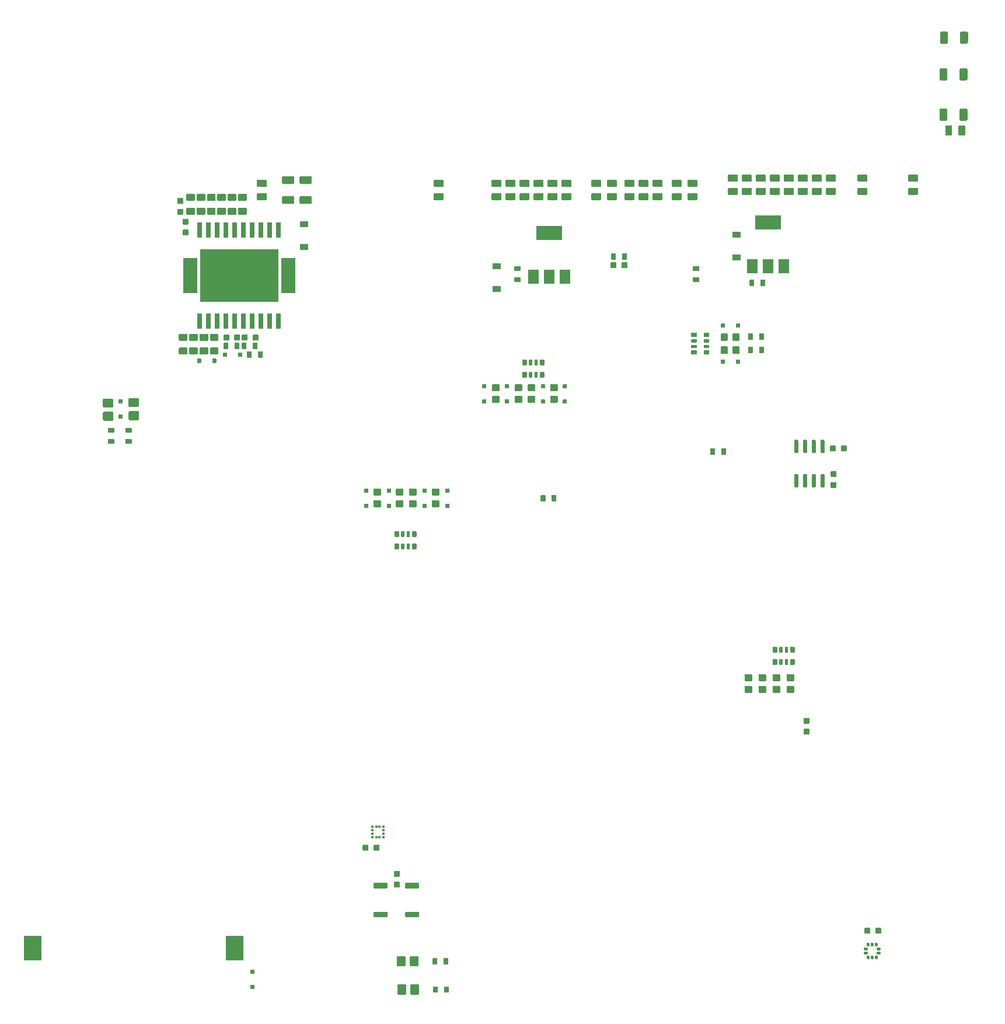
<source format=gtp>
G04 #@! TF.GenerationSoftware,KiCad,Pcbnew,(6.0.1)*
G04 #@! TF.CreationDate,2022-03-05T15:20:44+02:00*
G04 #@! TF.ProjectId,hellen72_NB2,68656c6c-656e-4373-925f-4e42322e6b69,b*
G04 #@! TF.SameCoordinates,PX141ef50PYa2cc1bc*
G04 #@! TF.FileFunction,Paste,Top*
G04 #@! TF.FilePolarity,Positive*
%FSLAX46Y46*%
G04 Gerber Fmt 4.6, Leading zero omitted, Abs format (unit mm)*
G04 Created by KiCad (PCBNEW (6.0.1)) date 2022-03-05 15:20:44*
%MOMM*%
%LPD*%
G01*
G04 APERTURE LIST*
%ADD10O,0.000001X0.000001*%
%ADD11R,0.375000X0.350000*%
%ADD12R,0.350000X0.375000*%
%ADD13R,2.600000X3.600000*%
%ADD14R,1.500000X2.000000*%
%ADD15R,3.800000X2.000000*%
%ADD16R,0.800000X2.200000*%
%ADD17R,2.032000X5.080000*%
%ADD18R,11.430000X7.620000*%
G04 APERTURE END LIST*
D10*
G04 #@! TO.C,M4*
X89968539Y5845064D03*
X82218547Y19395047D03*
X82988541Y4570030D03*
G04 #@! TD*
G04 #@! TO.C,F6*
G36*
G01*
X148408690Y133505340D02*
X149098690Y133505340D01*
G75*
G02*
X149328690Y133275340I0J-230000D01*
G01*
X149328690Y131935340D01*
G75*
G02*
X149098690Y131705340I-230000J0D01*
G01*
X148408690Y131705340D01*
G75*
G02*
X148178690Y131935340I0J230000D01*
G01*
X148178690Y133275340D01*
G75*
G02*
X148408690Y133505340I230000J0D01*
G01*
G37*
G36*
G01*
X145508670Y133505340D02*
X146198670Y133505340D01*
G75*
G02*
X146428670Y133275340I0J-230000D01*
G01*
X146428670Y131935340D01*
G75*
G02*
X146198670Y131705340I-230000J0D01*
G01*
X145508670Y131705340D01*
G75*
G02*
X145278670Y131935340I0J230000D01*
G01*
X145278670Y133275340D01*
G75*
G02*
X145508670Y133505340I230000J0D01*
G01*
G37*
G04 #@! TD*
G04 #@! TO.C,R8*
G36*
G01*
X117956680Y120995339D02*
X116706680Y120995339D01*
G75*
G02*
X116606680Y121095339I0J100000D01*
G01*
X116606680Y121895339D01*
G75*
G02*
X116706680Y121995339I100000J0D01*
G01*
X117956680Y121995339D01*
G75*
G02*
X118056680Y121895339I0J-100000D01*
G01*
X118056680Y121095339D01*
G75*
G02*
X117956680Y120995339I-100000J0D01*
G01*
G37*
G36*
G01*
X117956680Y122895361D02*
X116706680Y122895361D01*
G75*
G02*
X116606680Y122995361I0J100000D01*
G01*
X116606680Y123795361D01*
G75*
G02*
X116706680Y123895361I100000J0D01*
G01*
X117956680Y123895361D01*
G75*
G02*
X118056680Y123795361I0J-100000D01*
G01*
X118056680Y122995361D01*
G75*
G02*
X117956680Y122895361I-100000J0D01*
G01*
G37*
G04 #@! TD*
G04 #@! TO.C,R32*
G36*
G01*
X142086680Y120995339D02*
X140836680Y120995339D01*
G75*
G02*
X140736680Y121095339I0J100000D01*
G01*
X140736680Y121895339D01*
G75*
G02*
X140836680Y121995339I100000J0D01*
G01*
X142086680Y121995339D01*
G75*
G02*
X142186680Y121895339I0J-100000D01*
G01*
X142186680Y121095339D01*
G75*
G02*
X142086680Y120995339I-100000J0D01*
G01*
G37*
G36*
G01*
X142086680Y122895361D02*
X140836680Y122895361D01*
G75*
G02*
X140736680Y122995361I0J100000D01*
G01*
X140736680Y123795361D01*
G75*
G02*
X140836680Y123895361I100000J0D01*
G01*
X142086680Y123895361D01*
G75*
G02*
X142186680Y123795361I0J-100000D01*
G01*
X142186680Y122995361D01*
G75*
G02*
X142086680Y122895361I-100000J0D01*
G01*
G37*
G04 #@! TD*
G04 #@! TO.C,R2*
G36*
G01*
X24710000Y87162500D02*
X25490000Y87162500D01*
G75*
G02*
X25560000Y87092500I0J-70000D01*
G01*
X25560000Y86532500D01*
G75*
G02*
X25490000Y86462500I-70000J0D01*
G01*
X24710000Y86462500D01*
G75*
G02*
X24640000Y86532500I0J70000D01*
G01*
X24640000Y87092500D01*
G75*
G02*
X24710000Y87162500I70000J0D01*
G01*
G37*
G36*
G01*
X24710000Y85562500D02*
X25490000Y85562500D01*
G75*
G02*
X25560000Y85492500I0J-70000D01*
G01*
X25560000Y84932500D01*
G75*
G02*
X25490000Y84862500I-70000J0D01*
G01*
X24710000Y84862500D01*
G75*
G02*
X24640000Y84932500I0J70000D01*
G01*
X24640000Y85492500D01*
G75*
G02*
X24710000Y85562500I70000J0D01*
G01*
G37*
G04 #@! TD*
G04 #@! TO.C,R4*
G36*
G01*
X114301680Y84145340D02*
X114301680Y83365340D01*
G75*
G02*
X114231680Y83295340I-70000J0D01*
G01*
X113671680Y83295340D01*
G75*
G02*
X113601680Y83365340I0J70000D01*
G01*
X113601680Y84145340D01*
G75*
G02*
X113671680Y84215340I70000J0D01*
G01*
X114231680Y84215340D01*
G75*
G02*
X114301680Y84145340I0J-70000D01*
G01*
G37*
G36*
G01*
X112701680Y84145340D02*
X112701680Y83365340D01*
G75*
G02*
X112631680Y83295340I-70000J0D01*
G01*
X112071680Y83295340D01*
G75*
G02*
X112001680Y83365340I0J70000D01*
G01*
X112001680Y84145340D01*
G75*
G02*
X112071680Y84215340I70000J0D01*
G01*
X112631680Y84215340D01*
G75*
G02*
X112701680Y84145340I0J-70000D01*
G01*
G37*
G04 #@! TD*
G04 #@! TO.C,C3*
G36*
G01*
X61596678Y25965340D02*
X61596678Y26645340D01*
G75*
G02*
X61681678Y26730340I85000J0D01*
G01*
X62361678Y26730340D01*
G75*
G02*
X62446678Y26645340I0J-85000D01*
G01*
X62446678Y25965340D01*
G75*
G02*
X62361678Y25880340I-85000J0D01*
G01*
X61681678Y25880340D01*
G75*
G02*
X61596678Y25965340I0J85000D01*
G01*
G37*
G36*
G01*
X63176680Y25965340D02*
X63176680Y26645340D01*
G75*
G02*
X63261680Y26730340I85000J0D01*
G01*
X63941680Y26730340D01*
G75*
G02*
X64026680Y26645340I0J-85000D01*
G01*
X64026680Y25965340D01*
G75*
G02*
X63941680Y25880340I-85000J0D01*
G01*
X63261680Y25880340D01*
G75*
G02*
X63176680Y25965340I0J85000D01*
G01*
G37*
G04 #@! TD*
G04 #@! TO.C,R9*
G36*
G01*
X124052680Y120995339D02*
X122802680Y120995339D01*
G75*
G02*
X122702680Y121095339I0J100000D01*
G01*
X122702680Y121895339D01*
G75*
G02*
X122802680Y121995339I100000J0D01*
G01*
X124052680Y121995339D01*
G75*
G02*
X124152680Y121895339I0J-100000D01*
G01*
X124152680Y121095339D01*
G75*
G02*
X124052680Y120995339I-100000J0D01*
G01*
G37*
G36*
G01*
X124052680Y122895361D02*
X122802680Y122895361D01*
G75*
G02*
X122702680Y122995361I0J100000D01*
G01*
X122702680Y123795361D01*
G75*
G02*
X122802680Y123895361I100000J0D01*
G01*
X124052680Y123895361D01*
G75*
G02*
X124152680Y123795361I0J-100000D01*
G01*
X124152680Y122995361D01*
G75*
G02*
X124052680Y122895361I-100000J0D01*
G01*
G37*
G04 #@! TD*
G04 #@! TO.C,R21*
G36*
G01*
X43701680Y99445340D02*
X43701680Y98665340D01*
G75*
G02*
X43631680Y98595340I-70000J0D01*
G01*
X43071680Y98595340D01*
G75*
G02*
X43001680Y98665340I0J70000D01*
G01*
X43001680Y99445340D01*
G75*
G02*
X43071680Y99515340I70000J0D01*
G01*
X43631680Y99515340D01*
G75*
G02*
X43701680Y99445340I0J-70000D01*
G01*
G37*
G36*
G01*
X42101680Y99445340D02*
X42101680Y98665340D01*
G75*
G02*
X42031680Y98595340I-70000J0D01*
G01*
X41471680Y98595340D01*
G75*
G02*
X41401680Y98665340I0J70000D01*
G01*
X41401680Y99445340D01*
G75*
G02*
X41471680Y99515340I70000J0D01*
G01*
X42031680Y99515340D01*
G75*
G02*
X42101680Y99445340I0J-70000D01*
G01*
G37*
G04 #@! TD*
G04 #@! TO.C,M5*
X57244999Y68321715D03*
G04 #@! TD*
G04 #@! TO.C,D1*
G36*
G01*
X67906019Y6350340D02*
X67906019Y5110340D01*
G75*
G02*
X67776019Y4980340I-130000J0D01*
G01*
X66736019Y4980340D01*
G75*
G02*
X66606019Y5110340I0J130000D01*
G01*
X66606019Y6350340D01*
G75*
G02*
X66736019Y6480340I130000J0D01*
G01*
X67776019Y6480340D01*
G75*
G02*
X67906019Y6350340I0J-130000D01*
G01*
G37*
G36*
G01*
X69806040Y6350340D02*
X69806040Y5110340D01*
G75*
G02*
X69676040Y4980340I-130000J0D01*
G01*
X68636040Y4980340D01*
G75*
G02*
X68506040Y5110340I0J130000D01*
G01*
X68506040Y6350340D01*
G75*
G02*
X68636040Y6480340I130000J0D01*
G01*
X69676040Y6480340D01*
G75*
G02*
X69806040Y6350340I0J-130000D01*
G01*
G37*
G04 #@! TD*
G04 #@! TO.C,R48*
G36*
G01*
X89762680Y120233339D02*
X88512680Y120233339D01*
G75*
G02*
X88412680Y120333339I0J100000D01*
G01*
X88412680Y121133339D01*
G75*
G02*
X88512680Y121233339I100000J0D01*
G01*
X89762680Y121233339D01*
G75*
G02*
X89862680Y121133339I0J-100000D01*
G01*
X89862680Y120333339D01*
G75*
G02*
X89762680Y120233339I-100000J0D01*
G01*
G37*
G36*
G01*
X89762680Y122133361D02*
X88512680Y122133361D01*
G75*
G02*
X88412680Y122233361I0J100000D01*
G01*
X88412680Y123033361D01*
G75*
G02*
X88512680Y123133361I100000J0D01*
G01*
X89762680Y123133361D01*
G75*
G02*
X89862680Y123033361I0J-100000D01*
G01*
X89862680Y122233361D01*
G75*
G02*
X89762680Y122133361I-100000J0D01*
G01*
G37*
G04 #@! TD*
G04 #@! TO.C,D15*
G36*
G01*
X61811889Y75639340D02*
X61811889Y76119340D01*
G75*
G02*
X61871889Y76179340I60000J0D01*
G01*
X62351889Y76179340D01*
G75*
G02*
X62411889Y76119340I0J-60000D01*
G01*
X62411889Y75639340D01*
G75*
G02*
X62351889Y75579340I-60000J0D01*
G01*
X61871889Y75579340D01*
G75*
G02*
X61811889Y75639340I0J60000D01*
G01*
G37*
G36*
G01*
X61811889Y77839340D02*
X61811889Y78319340D01*
G75*
G02*
X61871889Y78379340I60000J0D01*
G01*
X62351889Y78379340D01*
G75*
G02*
X62411889Y78319340I0J-60000D01*
G01*
X62411889Y77839340D01*
G75*
G02*
X62351889Y77779340I-60000J0D01*
G01*
X61871889Y77779340D01*
G75*
G02*
X61811889Y77839340I0J60000D01*
G01*
G37*
G04 #@! TD*
G04 #@! TO.C,C7*
G36*
G01*
X34790197Y120526785D02*
X35470197Y120526785D01*
G75*
G02*
X35555197Y120441785I0J-85000D01*
G01*
X35555197Y119761785D01*
G75*
G02*
X35470197Y119676785I-85000J0D01*
G01*
X34790197Y119676785D01*
G75*
G02*
X34705197Y119761785I0J85000D01*
G01*
X34705197Y120441785D01*
G75*
G02*
X34790197Y120526785I85000J0D01*
G01*
G37*
G36*
G01*
X34790197Y118946783D02*
X35470197Y118946783D01*
G75*
G02*
X35555197Y118861783I0J-85000D01*
G01*
X35555197Y118181783D01*
G75*
G02*
X35470197Y118096783I-85000J0D01*
G01*
X34790197Y118096783D01*
G75*
G02*
X34705197Y118181783I0J85000D01*
G01*
X34705197Y118861783D01*
G75*
G02*
X34790197Y118946783I85000J0D01*
G01*
G37*
G04 #@! TD*
G04 #@! TO.C,C1*
G36*
G01*
X66211680Y22945341D02*
X66891680Y22945341D01*
G75*
G02*
X66976680Y22860341I0J-85000D01*
G01*
X66976680Y22180341D01*
G75*
G02*
X66891680Y22095341I-85000J0D01*
G01*
X66211680Y22095341D01*
G75*
G02*
X66126680Y22180341I0J85000D01*
G01*
X66126680Y22860341D01*
G75*
G02*
X66211680Y22945341I85000J0D01*
G01*
G37*
G36*
G01*
X66211680Y21365339D02*
X66891680Y21365339D01*
G75*
G02*
X66976680Y21280339I0J-85000D01*
G01*
X66976680Y20600339D01*
G75*
G02*
X66891680Y20515339I-85000J0D01*
G01*
X66211680Y20515339D01*
G75*
G02*
X66126680Y20600339I0J85000D01*
G01*
X66126680Y21280339D01*
G75*
G02*
X66211680Y21365339I85000J0D01*
G01*
G37*
G04 #@! TD*
G04 #@! TO.C,D35*
G36*
G01*
X115297680Y115655340D02*
X116317680Y115655340D01*
G75*
G02*
X116407680Y115565340I0J-90000D01*
G01*
X116407680Y114845340D01*
G75*
G02*
X116317680Y114755340I-90000J0D01*
G01*
X115297680Y114755340D01*
G75*
G02*
X115207680Y114845340I0J90000D01*
G01*
X115207680Y115565340D01*
G75*
G02*
X115297680Y115655340I90000J0D01*
G01*
G37*
G36*
G01*
X115297680Y112355340D02*
X116317680Y112355340D01*
G75*
G02*
X116407680Y112265340I0J-90000D01*
G01*
X116407680Y111545340D01*
G75*
G02*
X116317680Y111455340I-90000J0D01*
G01*
X115297680Y111455340D01*
G75*
G02*
X115207680Y111545340I0J90000D01*
G01*
X115207680Y112265340D01*
G75*
G02*
X115297680Y112355340I90000J0D01*
G01*
G37*
G04 #@! TD*
G04 #@! TO.C,S1*
G36*
G01*
X63281680Y21205341D02*
X65121680Y21205341D01*
G75*
G02*
X65201680Y21125341I0J-80000D01*
G01*
X65201680Y20485341D01*
G75*
G02*
X65121680Y20405341I-80000J0D01*
G01*
X63281680Y20405341D01*
G75*
G02*
X63201680Y20485341I0J80000D01*
G01*
X63201680Y21125341D01*
G75*
G02*
X63281680Y21205341I80000J0D01*
G01*
G37*
G36*
G01*
X63281680Y17005340D02*
X65121680Y17005340D01*
G75*
G02*
X65201680Y16925340I0J-80000D01*
G01*
X65201680Y16285340D01*
G75*
G02*
X65121680Y16205340I-80000J0D01*
G01*
X63281680Y16205340D01*
G75*
G02*
X63201680Y16285340I0J80000D01*
G01*
X63201680Y16925340D01*
G75*
G02*
X63281680Y17005340I80000J0D01*
G01*
G37*
G04 #@! TD*
G04 #@! TO.C,D6*
G36*
G01*
X72611887Y75679341D02*
X71711887Y75679341D01*
G75*
G02*
X71611887Y75779341I0J100000D01*
G01*
X71611887Y76579341D01*
G75*
G02*
X71711887Y76679341I100000J0D01*
G01*
X72611887Y76679341D01*
G75*
G02*
X72711887Y76579341I0J-100000D01*
G01*
X72711887Y75779341D01*
G75*
G02*
X72611887Y75679341I-100000J0D01*
G01*
G37*
G36*
G01*
X72611887Y77379341D02*
X71711887Y77379341D01*
G75*
G02*
X71611887Y77479341I0J100000D01*
G01*
X71611887Y78279341D01*
G75*
G02*
X71711887Y78379341I100000J0D01*
G01*
X72611887Y78379341D01*
G75*
G02*
X72711887Y78279341I0J-100000D01*
G01*
X72711887Y77479341D01*
G75*
G02*
X72611887Y77379341I-100000J0D01*
G01*
G37*
G04 #@! TD*
G04 #@! TO.C,C4*
G36*
G01*
X131806682Y84545340D02*
X131806682Y83865340D01*
G75*
G02*
X131721682Y83780340I-85000J0D01*
G01*
X131041682Y83780340D01*
G75*
G02*
X130956682Y83865340I0J85000D01*
G01*
X130956682Y84545340D01*
G75*
G02*
X131041682Y84630340I85000J0D01*
G01*
X131721682Y84630340D01*
G75*
G02*
X131806682Y84545340I0J-85000D01*
G01*
G37*
G36*
G01*
X130226680Y84545340D02*
X130226680Y83865340D01*
G75*
G02*
X130141680Y83780340I-85000J0D01*
G01*
X129461680Y83780340D01*
G75*
G02*
X129376680Y83865340I0J85000D01*
G01*
X129376680Y84545340D01*
G75*
G02*
X129461680Y84630340I85000J0D01*
G01*
X130141680Y84630340D01*
G75*
G02*
X130226680Y84545340I0J-85000D01*
G01*
G37*
G04 #@! TD*
G04 #@! TO.C,D12*
G36*
G01*
X73597680Y75639340D02*
X73597680Y76119340D01*
G75*
G02*
X73657680Y76179340I60000J0D01*
G01*
X74137680Y76179340D01*
G75*
G02*
X74197680Y76119340I0J-60000D01*
G01*
X74197680Y75639340D01*
G75*
G02*
X74137680Y75579340I-60000J0D01*
G01*
X73657680Y75579340D01*
G75*
G02*
X73597680Y75639340I0J60000D01*
G01*
G37*
G36*
G01*
X73597680Y77839340D02*
X73597680Y78319340D01*
G75*
G02*
X73657680Y78379340I60000J0D01*
G01*
X74137680Y78379340D01*
G75*
G02*
X74197680Y78319340I0J-60000D01*
G01*
X74197680Y77839340D01*
G75*
G02*
X74137680Y77779340I-60000J0D01*
G01*
X73657680Y77779340D01*
G75*
G02*
X73597680Y77839340I0J60000D01*
G01*
G37*
G04 #@! TD*
G04 #@! TO.C,D22*
G36*
G01*
X82819177Y93457841D02*
X82819177Y92977841D01*
G75*
G02*
X82759177Y92917841I-60000J0D01*
G01*
X82279177Y92917841D01*
G75*
G02*
X82219177Y92977841I0J60000D01*
G01*
X82219177Y93457841D01*
G75*
G02*
X82279177Y93517841I60000J0D01*
G01*
X82759177Y93517841D01*
G75*
G02*
X82819177Y93457841I0J-60000D01*
G01*
G37*
G36*
G01*
X82819177Y91257841D02*
X82819177Y90777841D01*
G75*
G02*
X82759177Y90717841I-60000J0D01*
G01*
X82279177Y90717841D01*
G75*
G02*
X82219177Y90777841I0J60000D01*
G01*
X82219177Y91257841D01*
G75*
G02*
X82279177Y91317841I60000J0D01*
G01*
X82759177Y91317841D01*
G75*
G02*
X82819177Y91257841I0J-60000D01*
G01*
G37*
G04 #@! TD*
G04 #@! TO.C,D11*
G36*
G01*
X28995000Y90212521D02*
X27755000Y90212521D01*
G75*
G02*
X27625000Y90342521I0J130000D01*
G01*
X27625000Y91382521D01*
G75*
G02*
X27755000Y91512521I130000J0D01*
G01*
X28995000Y91512521D01*
G75*
G02*
X29125000Y91382521I0J-130000D01*
G01*
X29125000Y90342521D01*
G75*
G02*
X28995000Y90212521I-130000J0D01*
G01*
G37*
G36*
G01*
X28995000Y88312500D02*
X27755000Y88312500D01*
G75*
G02*
X27625000Y88442500I0J130000D01*
G01*
X27625000Y89482500D01*
G75*
G02*
X27755000Y89612500I130000J0D01*
G01*
X28995000Y89612500D01*
G75*
G02*
X29125000Y89482500I0J-130000D01*
G01*
X29125000Y88442500D01*
G75*
G02*
X28995000Y88312500I-130000J0D01*
G01*
G37*
G04 #@! TD*
G04 #@! TO.C,C17*
G36*
G01*
X39526680Y100830340D02*
X40576680Y100830340D01*
G75*
G02*
X40676680Y100730340I0J-100000D01*
G01*
X40676680Y99930340D01*
G75*
G02*
X40576680Y99830340I-100000J0D01*
G01*
X39526680Y99830340D01*
G75*
G02*
X39426680Y99930340I0J100000D01*
G01*
X39426680Y100730340D01*
G75*
G02*
X39526680Y100830340I100000J0D01*
G01*
G37*
G36*
G01*
X39526680Y98830340D02*
X40576680Y98830340D01*
G75*
G02*
X40676680Y98730340I0J-100000D01*
G01*
X40676680Y97930340D01*
G75*
G02*
X40576680Y97830340I-100000J0D01*
G01*
X39526680Y97830340D01*
G75*
G02*
X39426680Y97930340I0J100000D01*
G01*
X39426680Y98730340D01*
G75*
G02*
X39526680Y98830340I100000J0D01*
G01*
G37*
G04 #@! TD*
G04 #@! TO.C,R11*
G36*
G01*
X134720680Y120995339D02*
X133470680Y120995339D01*
G75*
G02*
X133370680Y121095339I0J100000D01*
G01*
X133370680Y121895339D01*
G75*
G02*
X133470680Y121995339I100000J0D01*
G01*
X134720680Y121995339D01*
G75*
G02*
X134820680Y121895339I0J-100000D01*
G01*
X134820680Y121095339D01*
G75*
G02*
X134720680Y120995339I-100000J0D01*
G01*
G37*
G36*
G01*
X134720680Y122895361D02*
X133470680Y122895361D01*
G75*
G02*
X133370680Y122995361I0J100000D01*
G01*
X133370680Y123795361D01*
G75*
G02*
X133470680Y123895361I100000J0D01*
G01*
X134720680Y123895361D01*
G75*
G02*
X134820680Y123795361I0J-100000D01*
G01*
X134820680Y122995361D01*
G75*
G02*
X134720680Y122895361I-100000J0D01*
G01*
G37*
G04 #@! TD*
G04 #@! TO.C,R6*
G36*
G01*
X69401680Y72118340D02*
X69401680Y71448340D01*
G75*
G02*
X69336680Y71383340I-65000J0D01*
G01*
X68816680Y71383340D01*
G75*
G02*
X68751680Y71448340I0J65000D01*
G01*
X68751680Y72118340D01*
G75*
G02*
X68816680Y72183340I65000J0D01*
G01*
X69336680Y72183340D01*
G75*
G02*
X69401680Y72118340I0J-65000D01*
G01*
G37*
G36*
G01*
X68426680Y72138340D02*
X68426680Y71428340D01*
G75*
G02*
X68381680Y71383340I-45000J0D01*
G01*
X68021680Y71383340D01*
G75*
G02*
X67976680Y71428340I0J45000D01*
G01*
X67976680Y72138340D01*
G75*
G02*
X68021680Y72183340I45000J0D01*
G01*
X68381680Y72183340D01*
G75*
G02*
X68426680Y72138340I0J-45000D01*
G01*
G37*
G36*
G01*
X67626680Y72138340D02*
X67626680Y71428340D01*
G75*
G02*
X67581680Y71383340I-45000J0D01*
G01*
X67221680Y71383340D01*
G75*
G02*
X67176680Y71428340I0J45000D01*
G01*
X67176680Y72138340D01*
G75*
G02*
X67221680Y72183340I45000J0D01*
G01*
X67581680Y72183340D01*
G75*
G02*
X67626680Y72138340I0J-45000D01*
G01*
G37*
G36*
G01*
X66851680Y72118340D02*
X66851680Y71448340D01*
G75*
G02*
X66786680Y71383340I-65000J0D01*
G01*
X66266680Y71383340D01*
G75*
G02*
X66201680Y71448340I0J65000D01*
G01*
X66201680Y72118340D01*
G75*
G02*
X66266680Y72183340I65000J0D01*
G01*
X66786680Y72183340D01*
G75*
G02*
X66851680Y72118340I0J-65000D01*
G01*
G37*
G36*
G01*
X66851680Y70318340D02*
X66851680Y69648340D01*
G75*
G02*
X66786680Y69583340I-65000J0D01*
G01*
X66266680Y69583340D01*
G75*
G02*
X66201680Y69648340I0J65000D01*
G01*
X66201680Y70318340D01*
G75*
G02*
X66266680Y70383340I65000J0D01*
G01*
X66786680Y70383340D01*
G75*
G02*
X66851680Y70318340I0J-65000D01*
G01*
G37*
G36*
G01*
X67626680Y70338340D02*
X67626680Y69628340D01*
G75*
G02*
X67581680Y69583340I-45000J0D01*
G01*
X67221680Y69583340D01*
G75*
G02*
X67176680Y69628340I0J45000D01*
G01*
X67176680Y70338340D01*
G75*
G02*
X67221680Y70383340I45000J0D01*
G01*
X67581680Y70383340D01*
G75*
G02*
X67626680Y70338340I0J-45000D01*
G01*
G37*
G36*
G01*
X68426680Y70338340D02*
X68426680Y69628340D01*
G75*
G02*
X68381680Y69583340I-45000J0D01*
G01*
X68021680Y69583340D01*
G75*
G02*
X67976680Y69628340I0J45000D01*
G01*
X67976680Y70338340D01*
G75*
G02*
X68021680Y70383340I45000J0D01*
G01*
X68381680Y70383340D01*
G75*
G02*
X68426680Y70338340I0J-45000D01*
G01*
G37*
G36*
G01*
X69401680Y70318340D02*
X69401680Y69648340D01*
G75*
G02*
X69336680Y69583340I-65000J0D01*
G01*
X68816680Y69583340D01*
G75*
G02*
X68751680Y69648340I0J65000D01*
G01*
X68751680Y70318340D01*
G75*
G02*
X68816680Y70383340I65000J0D01*
G01*
X69336680Y70383340D01*
G75*
G02*
X69401680Y70318340I0J-65000D01*
G01*
G37*
G04 #@! TD*
G04 #@! TO.C,R43*
G36*
G01*
X47598680Y120233339D02*
X46348680Y120233339D01*
G75*
G02*
X46248680Y120333339I0J100000D01*
G01*
X46248680Y121133339D01*
G75*
G02*
X46348680Y121233339I100000J0D01*
G01*
X47598680Y121233339D01*
G75*
G02*
X47698680Y121133339I0J-100000D01*
G01*
X47698680Y120333339D01*
G75*
G02*
X47598680Y120233339I-100000J0D01*
G01*
G37*
G36*
G01*
X47598680Y122133361D02*
X46348680Y122133361D01*
G75*
G02*
X46248680Y122233361I0J100000D01*
G01*
X46248680Y123033361D01*
G75*
G02*
X46348680Y123133361I100000J0D01*
G01*
X47598680Y123133361D01*
G75*
G02*
X47698680Y123033361I0J-100000D01*
G01*
X47698680Y122233361D01*
G75*
G02*
X47598680Y122133361I-100000J0D01*
G01*
G37*
G04 #@! TD*
G04 #@! TO.C,R30*
G36*
G01*
X126084680Y120995339D02*
X124834680Y120995339D01*
G75*
G02*
X124734680Y121095339I0J100000D01*
G01*
X124734680Y121895339D01*
G75*
G02*
X124834680Y121995339I100000J0D01*
G01*
X126084680Y121995339D01*
G75*
G02*
X126184680Y121895339I0J-100000D01*
G01*
X126184680Y121095339D01*
G75*
G02*
X126084680Y120995339I-100000J0D01*
G01*
G37*
G36*
G01*
X126084680Y122895361D02*
X124834680Y122895361D01*
G75*
G02*
X124734680Y122995361I0J100000D01*
G01*
X124734680Y123795361D01*
G75*
G02*
X124834680Y123895361I100000J0D01*
G01*
X126084680Y123895361D01*
G75*
G02*
X126184680Y123795361I0J-100000D01*
G01*
X126184680Y122995361D01*
G75*
G02*
X126084680Y122895361I-100000J0D01*
G01*
G37*
G04 #@! TD*
G04 #@! TO.C,F5*
G36*
G01*
X49883680Y122788350D02*
X49883680Y123478350D01*
G75*
G02*
X50113680Y123708350I230000J0D01*
G01*
X51453680Y123708350D01*
G75*
G02*
X51683680Y123478350I0J-230000D01*
G01*
X51683680Y122788350D01*
G75*
G02*
X51453680Y122558350I-230000J0D01*
G01*
X50113680Y122558350D01*
G75*
G02*
X49883680Y122788350I0J230000D01*
G01*
G37*
G36*
G01*
X49883680Y119888330D02*
X49883680Y120578330D01*
G75*
G02*
X50113680Y120808330I230000J0D01*
G01*
X51453680Y120808330D01*
G75*
G02*
X51683680Y120578330I0J-230000D01*
G01*
X51683680Y119888330D01*
G75*
G02*
X51453680Y119658330I-230000J0D01*
G01*
X50113680Y119658330D01*
G75*
G02*
X49883680Y119888330I0J230000D01*
G01*
G37*
G04 #@! TD*
G04 #@! TO.C,R34*
G36*
G01*
X130148680Y120995339D02*
X128898680Y120995339D01*
G75*
G02*
X128798680Y121095339I0J100000D01*
G01*
X128798680Y121895339D01*
G75*
G02*
X128898680Y121995339I100000J0D01*
G01*
X130148680Y121995339D01*
G75*
G02*
X130248680Y121895339I0J-100000D01*
G01*
X130248680Y121095339D01*
G75*
G02*
X130148680Y120995339I-100000J0D01*
G01*
G37*
G36*
G01*
X130148680Y122895361D02*
X128898680Y122895361D01*
G75*
G02*
X128798680Y122995361I0J100000D01*
G01*
X128798680Y123795361D01*
G75*
G02*
X128898680Y123895361I100000J0D01*
G01*
X130148680Y123895361D01*
G75*
G02*
X130248680Y123795361I0J-100000D01*
G01*
X130248680Y122995361D01*
G75*
G02*
X130148680Y122895361I-100000J0D01*
G01*
G37*
G04 #@! TD*
G04 #@! TO.C,D30*
G36*
G01*
X113611680Y97092837D02*
X114091680Y97092837D01*
G75*
G02*
X114151680Y97032837I0J-60000D01*
G01*
X114151680Y96552837D01*
G75*
G02*
X114091680Y96492837I-60000J0D01*
G01*
X113611680Y96492837D01*
G75*
G02*
X113551680Y96552837I0J60000D01*
G01*
X113551680Y97032837D01*
G75*
G02*
X113611680Y97092837I60000J0D01*
G01*
G37*
G36*
G01*
X115811680Y97092837D02*
X116291680Y97092837D01*
G75*
G02*
X116351680Y97032837I0J-60000D01*
G01*
X116351680Y96552837D01*
G75*
G02*
X116291680Y96492837I-60000J0D01*
G01*
X115811680Y96492837D01*
G75*
G02*
X115751680Y96552837I0J60000D01*
G01*
X115751680Y97032837D01*
G75*
G02*
X115811680Y97092837I60000J0D01*
G01*
G37*
G04 #@! TD*
G04 #@! TO.C,M8*
X84515180Y103998674D03*
G04 #@! TD*
G04 #@! TO.C,R17*
G36*
G01*
X101720680Y123133341D02*
X102970680Y123133341D01*
G75*
G02*
X103070680Y123033341I0J-100000D01*
G01*
X103070680Y122233341D01*
G75*
G02*
X102970680Y122133341I-100000J0D01*
G01*
X101720680Y122133341D01*
G75*
G02*
X101620680Y122233341I0J100000D01*
G01*
X101620680Y123033341D01*
G75*
G02*
X101720680Y123133341I100000J0D01*
G01*
G37*
G36*
G01*
X101720680Y121233319D02*
X102970680Y121233319D01*
G75*
G02*
X103070680Y121133319I0J-100000D01*
G01*
X103070680Y120333319D01*
G75*
G02*
X102970680Y120233319I-100000J0D01*
G01*
X101720680Y120233319D01*
G75*
G02*
X101620680Y120333319I0J100000D01*
G01*
X101620680Y121133319D01*
G75*
G02*
X101720680Y121233319I100000J0D01*
G01*
G37*
G04 #@! TD*
G04 #@! TO.C,M13*
X104618539Y19553554D03*
G04 #@! TD*
G04 #@! TO.C,S2*
G36*
G01*
X67856680Y21205341D02*
X69696680Y21205341D01*
G75*
G02*
X69776680Y21125341I0J-80000D01*
G01*
X69776680Y20485341D01*
G75*
G02*
X69696680Y20405341I-80000J0D01*
G01*
X67856680Y20405341D01*
G75*
G02*
X67776680Y20485341I0J80000D01*
G01*
X67776680Y21125341D01*
G75*
G02*
X67856680Y21205341I80000J0D01*
G01*
G37*
G36*
G01*
X67856680Y17005340D02*
X69696680Y17005340D01*
G75*
G02*
X69776680Y16925340I0J-80000D01*
G01*
X69776680Y16285340D01*
G75*
G02*
X69696680Y16205340I-80000J0D01*
G01*
X67856680Y16205340D01*
G75*
G02*
X67776680Y16285340I0J80000D01*
G01*
X67776680Y16925340D01*
G75*
G02*
X67856680Y17005340I80000J0D01*
G01*
G37*
G04 #@! TD*
G04 #@! TO.C,R40*
G36*
G01*
X119988680Y120995339D02*
X118738680Y120995339D01*
G75*
G02*
X118638680Y121095339I0J100000D01*
G01*
X118638680Y121895339D01*
G75*
G02*
X118738680Y121995339I100000J0D01*
G01*
X119988680Y121995339D01*
G75*
G02*
X120088680Y121895339I0J-100000D01*
G01*
X120088680Y121095339D01*
G75*
G02*
X119988680Y120995339I-100000J0D01*
G01*
G37*
G36*
G01*
X119988680Y122895361D02*
X118738680Y122895361D01*
G75*
G02*
X118638680Y122995361I0J100000D01*
G01*
X118638680Y123795361D01*
G75*
G02*
X118738680Y123895361I100000J0D01*
G01*
X119988680Y123895361D01*
G75*
G02*
X120088680Y123795361I0J-100000D01*
G01*
X120088680Y122995361D01*
G75*
G02*
X119988680Y122895361I-100000J0D01*
G01*
G37*
G04 #@! TD*
G04 #@! TO.C,F4*
G36*
G01*
X52423680Y122788350D02*
X52423680Y123478350D01*
G75*
G02*
X52653680Y123708350I230000J0D01*
G01*
X53993680Y123708350D01*
G75*
G02*
X54223680Y123478350I0J-230000D01*
G01*
X54223680Y122788350D01*
G75*
G02*
X53993680Y122558350I-230000J0D01*
G01*
X52653680Y122558350D01*
G75*
G02*
X52423680Y122788350I0J230000D01*
G01*
G37*
G36*
G01*
X52423680Y119888330D02*
X52423680Y120578330D01*
G75*
G02*
X52653680Y120808330I230000J0D01*
G01*
X53993680Y120808330D01*
G75*
G02*
X54223680Y120578330I0J-230000D01*
G01*
X54223680Y119888330D01*
G75*
G02*
X53993680Y119658330I-230000J0D01*
G01*
X52653680Y119658330D01*
G75*
G02*
X52423680Y119888330I0J230000D01*
G01*
G37*
G04 #@! TD*
G04 #@! TO.C,D23*
G36*
G01*
X79531680Y93459340D02*
X79531680Y92979340D01*
G75*
G02*
X79471680Y92919340I-60000J0D01*
G01*
X78991680Y92919340D01*
G75*
G02*
X78931680Y92979340I0J60000D01*
G01*
X78931680Y93459340D01*
G75*
G02*
X78991680Y93519340I60000J0D01*
G01*
X79471680Y93519340D01*
G75*
G02*
X79531680Y93459340I0J-60000D01*
G01*
G37*
G36*
G01*
X79531680Y91259340D02*
X79531680Y90779340D01*
G75*
G02*
X79471680Y90719340I-60000J0D01*
G01*
X78991680Y90719340D01*
G75*
G02*
X78931680Y90779340I0J60000D01*
G01*
X78931680Y91259340D01*
G75*
G02*
X78991680Y91319340I60000J0D01*
G01*
X79471680Y91319340D01*
G75*
G02*
X79531680Y91259340I0J-60000D01*
G01*
G37*
G04 #@! TD*
G04 #@! TO.C,D26*
G36*
G01*
X113551681Y99905342D02*
X113551681Y100805342D01*
G75*
G02*
X113651681Y100905342I100000J0D01*
G01*
X114451681Y100905342D01*
G75*
G02*
X114551681Y100805342I0J-100000D01*
G01*
X114551681Y99905342D01*
G75*
G02*
X114451681Y99805342I-100000J0D01*
G01*
X113651681Y99805342D01*
G75*
G02*
X113551681Y99905342I0J100000D01*
G01*
G37*
G36*
G01*
X115251681Y99905342D02*
X115251681Y100805342D01*
G75*
G02*
X115351681Y100905342I100000J0D01*
G01*
X116151681Y100905342D01*
G75*
G02*
X116251681Y100805342I0J-100000D01*
G01*
X116251681Y99905342D01*
G75*
G02*
X116151681Y99805342I-100000J0D01*
G01*
X115351681Y99805342D01*
G75*
G02*
X115251681Y99905342I0J100000D01*
G01*
G37*
G04 #@! TD*
G04 #@! TO.C,C16*
G36*
G01*
X43605197Y121111784D02*
X44655197Y121111784D01*
G75*
G02*
X44755197Y121011784I0J-100000D01*
G01*
X44755197Y120211784D01*
G75*
G02*
X44655197Y120111784I-100000J0D01*
G01*
X43605197Y120111784D01*
G75*
G02*
X43505197Y120211784I0J100000D01*
G01*
X43505197Y121011784D01*
G75*
G02*
X43605197Y121111784I100000J0D01*
G01*
G37*
G36*
G01*
X43605197Y119111784D02*
X44655197Y119111784D01*
G75*
G02*
X44755197Y119011784I0J-100000D01*
G01*
X44755197Y118211784D01*
G75*
G02*
X44655197Y118111784I-100000J0D01*
G01*
X43605197Y118111784D01*
G75*
G02*
X43505197Y118211784I0J100000D01*
G01*
X43505197Y119011784D01*
G75*
G02*
X43605197Y119111784I100000J0D01*
G01*
G37*
G04 #@! TD*
G04 #@! TO.C,R16*
G36*
G01*
X109316680Y101005340D02*
X109986680Y101005340D01*
G75*
G02*
X110051680Y100940340I0J-65000D01*
G01*
X110051680Y100420340D01*
G75*
G02*
X109986680Y100355340I-65000J0D01*
G01*
X109316680Y100355340D01*
G75*
G02*
X109251680Y100420340I0J65000D01*
G01*
X109251680Y100940340D01*
G75*
G02*
X109316680Y101005340I65000J0D01*
G01*
G37*
G36*
G01*
X109296680Y100030340D02*
X110006680Y100030340D01*
G75*
G02*
X110051680Y99985340I0J-45000D01*
G01*
X110051680Y99625340D01*
G75*
G02*
X110006680Y99580340I-45000J0D01*
G01*
X109296680Y99580340D01*
G75*
G02*
X109251680Y99625340I0J45000D01*
G01*
X109251680Y99985340D01*
G75*
G02*
X109296680Y100030340I45000J0D01*
G01*
G37*
G36*
G01*
X109296680Y99230340D02*
X110006680Y99230340D01*
G75*
G02*
X110051680Y99185340I0J-45000D01*
G01*
X110051680Y98825340D01*
G75*
G02*
X110006680Y98780340I-45000J0D01*
G01*
X109296680Y98780340D01*
G75*
G02*
X109251680Y98825340I0J45000D01*
G01*
X109251680Y99185340D01*
G75*
G02*
X109296680Y99230340I45000J0D01*
G01*
G37*
G36*
G01*
X109316680Y98455340D02*
X109986680Y98455340D01*
G75*
G02*
X110051680Y98390340I0J-65000D01*
G01*
X110051680Y97870340D01*
G75*
G02*
X109986680Y97805340I-65000J0D01*
G01*
X109316680Y97805340D01*
G75*
G02*
X109251680Y97870340I0J65000D01*
G01*
X109251680Y98390340D01*
G75*
G02*
X109316680Y98455340I65000J0D01*
G01*
G37*
G36*
G01*
X111116680Y98455340D02*
X111786680Y98455340D01*
G75*
G02*
X111851680Y98390340I0J-65000D01*
G01*
X111851680Y97870340D01*
G75*
G02*
X111786680Y97805340I-65000J0D01*
G01*
X111116680Y97805340D01*
G75*
G02*
X111051680Y97870340I0J65000D01*
G01*
X111051680Y98390340D01*
G75*
G02*
X111116680Y98455340I65000J0D01*
G01*
G37*
G36*
G01*
X111096680Y99230340D02*
X111806680Y99230340D01*
G75*
G02*
X111851680Y99185340I0J-45000D01*
G01*
X111851680Y98825340D01*
G75*
G02*
X111806680Y98780340I-45000J0D01*
G01*
X111096680Y98780340D01*
G75*
G02*
X111051680Y98825340I0J45000D01*
G01*
X111051680Y99185340D01*
G75*
G02*
X111096680Y99230340I45000J0D01*
G01*
G37*
G36*
G01*
X111096680Y100030340D02*
X111806680Y100030340D01*
G75*
G02*
X111851680Y99985340I0J-45000D01*
G01*
X111851680Y99625340D01*
G75*
G02*
X111806680Y99580340I-45000J0D01*
G01*
X111096680Y99580340D01*
G75*
G02*
X111051680Y99625340I0J45000D01*
G01*
X111051680Y99985340D01*
G75*
G02*
X111096680Y100030340I45000J0D01*
G01*
G37*
G36*
G01*
X111116680Y101005340D02*
X111786680Y101005340D01*
G75*
G02*
X111851680Y100940340I0J-65000D01*
G01*
X111851680Y100420340D01*
G75*
G02*
X111786680Y100355340I-65000J0D01*
G01*
X111116680Y100355340D01*
G75*
G02*
X111051680Y100420340I0J65000D01*
G01*
X111051680Y100940340D01*
G75*
G02*
X111116680Y101005340I65000J0D01*
G01*
G37*
G04 #@! TD*
G04 #@! TO.C,D28*
G36*
G01*
X120017678Y48755341D02*
X119117678Y48755341D01*
G75*
G02*
X119017678Y48855341I0J100000D01*
G01*
X119017678Y49655341D01*
G75*
G02*
X119117678Y49755341I100000J0D01*
G01*
X120017678Y49755341D01*
G75*
G02*
X120117678Y49655341I0J-100000D01*
G01*
X120117678Y48855341D01*
G75*
G02*
X120017678Y48755341I-100000J0D01*
G01*
G37*
G36*
G01*
X120017678Y50455341D02*
X119117678Y50455341D01*
G75*
G02*
X119017678Y50555341I0J100000D01*
G01*
X119017678Y51355341D01*
G75*
G02*
X119117678Y51455341I100000J0D01*
G01*
X120017678Y51455341D01*
G75*
G02*
X120117678Y51355341I0J-100000D01*
G01*
X120117678Y50555341D01*
G75*
G02*
X120017678Y50455341I-100000J0D01*
G01*
G37*
G04 #@! TD*
G04 #@! TO.C,D9*
G36*
G01*
X64137678Y75679341D02*
X63237678Y75679341D01*
G75*
G02*
X63137678Y75779341I0J100000D01*
G01*
X63137678Y76579341D01*
G75*
G02*
X63237678Y76679341I100000J0D01*
G01*
X64137678Y76679341D01*
G75*
G02*
X64237678Y76579341I0J-100000D01*
G01*
X64237678Y75779341D01*
G75*
G02*
X64137678Y75679341I-100000J0D01*
G01*
G37*
G36*
G01*
X64137678Y77379341D02*
X63237678Y77379341D01*
G75*
G02*
X63137678Y77479341I0J100000D01*
G01*
X63137678Y78279341D01*
G75*
G02*
X63237678Y78379341I100000J0D01*
G01*
X64137678Y78379341D01*
G75*
G02*
X64237678Y78279341I0J-100000D01*
G01*
X64237678Y77479341D01*
G75*
G02*
X64137678Y77379341I-100000J0D01*
G01*
G37*
G04 #@! TD*
G04 #@! TO.C,D8*
G36*
G01*
X67411887Y75679341D02*
X66511887Y75679341D01*
G75*
G02*
X66411887Y75779341I0J100000D01*
G01*
X66411887Y76579341D01*
G75*
G02*
X66511887Y76679341I100000J0D01*
G01*
X67411887Y76679341D01*
G75*
G02*
X67511887Y76579341I0J-100000D01*
G01*
X67511887Y75779341D01*
G75*
G02*
X67411887Y75679341I-100000J0D01*
G01*
G37*
G36*
G01*
X67411887Y77379341D02*
X66511887Y77379341D01*
G75*
G02*
X66411887Y77479341I0J100000D01*
G01*
X66411887Y78279341D01*
G75*
G02*
X66511887Y78379341I100000J0D01*
G01*
X67411887Y78379341D01*
G75*
G02*
X67511887Y78279341I0J-100000D01*
G01*
X67511887Y77479341D01*
G75*
G02*
X67411887Y77379341I-100000J0D01*
G01*
G37*
G04 #@! TD*
G04 #@! TO.C,C21*
G36*
G01*
X97574679Y110421340D02*
X97574679Y111101340D01*
G75*
G02*
X97659679Y111186340I85000J0D01*
G01*
X98339679Y111186340D01*
G75*
G02*
X98424679Y111101340I0J-85000D01*
G01*
X98424679Y110421340D01*
G75*
G02*
X98339679Y110336340I-85000J0D01*
G01*
X97659679Y110336340D01*
G75*
G02*
X97574679Y110421340I0J85000D01*
G01*
G37*
G36*
G01*
X99154681Y110421340D02*
X99154681Y111101340D01*
G75*
G02*
X99239681Y111186340I85000J0D01*
G01*
X99919681Y111186340D01*
G75*
G02*
X100004681Y111101340I0J-85000D01*
G01*
X100004681Y110421340D01*
G75*
G02*
X99919681Y110336340I-85000J0D01*
G01*
X99239681Y110336340D01*
G75*
G02*
X99154681Y110421340I0J85000D01*
G01*
G37*
G04 #@! TD*
G04 #@! TO.C,D14*
G36*
G01*
X65111889Y75639340D02*
X65111889Y76119340D01*
G75*
G02*
X65171889Y76179340I60000J0D01*
G01*
X65651889Y76179340D01*
G75*
G02*
X65711889Y76119340I0J-60000D01*
G01*
X65711889Y75639340D01*
G75*
G02*
X65651889Y75579340I-60000J0D01*
G01*
X65171889Y75579340D01*
G75*
G02*
X65111889Y75639340I0J60000D01*
G01*
G37*
G36*
G01*
X65111889Y77839340D02*
X65111889Y78319340D01*
G75*
G02*
X65171889Y78379340I60000J0D01*
G01*
X65651889Y78379340D01*
G75*
G02*
X65711889Y78319340I0J-60000D01*
G01*
X65711889Y77839340D01*
G75*
G02*
X65651889Y77779340I-60000J0D01*
G01*
X65171889Y77779340D01*
G75*
G02*
X65111889Y77839340I0J60000D01*
G01*
G37*
G04 #@! TD*
G04 #@! TO.C,C13*
G36*
G01*
X41655197Y118111784D02*
X40605197Y118111784D01*
G75*
G02*
X40505197Y118211784I0J100000D01*
G01*
X40505197Y119011784D01*
G75*
G02*
X40605197Y119111784I100000J0D01*
G01*
X41655197Y119111784D01*
G75*
G02*
X41755197Y119011784I0J-100000D01*
G01*
X41755197Y118211784D01*
G75*
G02*
X41655197Y118111784I-100000J0D01*
G01*
G37*
G36*
G01*
X41655197Y120111784D02*
X40605197Y120111784D01*
G75*
G02*
X40505197Y120211784I0J100000D01*
G01*
X40505197Y121011784D01*
G75*
G02*
X40605197Y121111784I100000J0D01*
G01*
X41655197Y121111784D01*
G75*
G02*
X41755197Y121011784I0J-100000D01*
G01*
X41755197Y120211784D01*
G75*
G02*
X41655197Y120111784I-100000J0D01*
G01*
G37*
G04 #@! TD*
G04 #@! TO.C,D29*
G36*
G01*
X113611680Y102305340D02*
X114091680Y102305340D01*
G75*
G02*
X114151680Y102245340I0J-60000D01*
G01*
X114151680Y101765340D01*
G75*
G02*
X114091680Y101705340I-60000J0D01*
G01*
X113611680Y101705340D01*
G75*
G02*
X113551680Y101765340I0J60000D01*
G01*
X113551680Y102245340D01*
G75*
G02*
X113611680Y102305340I60000J0D01*
G01*
G37*
G36*
G01*
X115811680Y102305340D02*
X116291680Y102305340D01*
G75*
G02*
X116351680Y102245340I0J-60000D01*
G01*
X116351680Y101765340D01*
G75*
G02*
X116291680Y101705340I-60000J0D01*
G01*
X115811680Y101705340D01*
G75*
G02*
X115751680Y101765340I0J60000D01*
G01*
X115751680Y102245340D01*
G75*
G02*
X115811680Y102305340I60000J0D01*
G01*
G37*
G04 #@! TD*
G04 #@! TO.C,R44*
G36*
G01*
X100938680Y120233339D02*
X99688680Y120233339D01*
G75*
G02*
X99588680Y120333339I0J100000D01*
G01*
X99588680Y121133339D01*
G75*
G02*
X99688680Y121233339I100000J0D01*
G01*
X100938680Y121233339D01*
G75*
G02*
X101038680Y121133339I0J-100000D01*
G01*
X101038680Y120333339D01*
G75*
G02*
X100938680Y120233339I-100000J0D01*
G01*
G37*
G36*
G01*
X100938680Y122133361D02*
X99688680Y122133361D01*
G75*
G02*
X99588680Y122233361I0J100000D01*
G01*
X99588680Y123033361D01*
G75*
G02*
X99688680Y123133361I100000J0D01*
G01*
X100938680Y123133361D01*
G75*
G02*
X101038680Y123033361I0J-100000D01*
G01*
X101038680Y122233361D01*
G75*
G02*
X100938680Y122133361I-100000J0D01*
G01*
G37*
G04 #@! TD*
G04 #@! TO.C,C9*
G36*
G01*
X37155197Y118111784D02*
X36105197Y118111784D01*
G75*
G02*
X36005197Y118211784I0J100000D01*
G01*
X36005197Y119011784D01*
G75*
G02*
X36105197Y119111784I100000J0D01*
G01*
X37155197Y119111784D01*
G75*
G02*
X37255197Y119011784I0J-100000D01*
G01*
X37255197Y118211784D01*
G75*
G02*
X37155197Y118111784I-100000J0D01*
G01*
G37*
G36*
G01*
X37155197Y120111784D02*
X36105197Y120111784D01*
G75*
G02*
X36005197Y120211784I0J100000D01*
G01*
X36005197Y121011784D01*
G75*
G02*
X36105197Y121111784I100000J0D01*
G01*
X37155197Y121111784D01*
G75*
G02*
X37255197Y121011784I0J-100000D01*
G01*
X37255197Y120211784D01*
G75*
G02*
X37155197Y120111784I-100000J0D01*
G01*
G37*
G04 #@! TD*
G04 #@! TO.C,D16*
G36*
G01*
X88881680Y93526399D02*
X89781680Y93526399D01*
G75*
G02*
X89881680Y93426399I0J-100000D01*
G01*
X89881680Y92626399D01*
G75*
G02*
X89781680Y92526399I-100000J0D01*
G01*
X88881680Y92526399D01*
G75*
G02*
X88781680Y92626399I0J100000D01*
G01*
X88781680Y93426399D01*
G75*
G02*
X88881680Y93526399I100000J0D01*
G01*
G37*
G36*
G01*
X88881680Y91826399D02*
X89781680Y91826399D01*
G75*
G02*
X89881680Y91726399I0J-100000D01*
G01*
X89881680Y90926399D01*
G75*
G02*
X89781680Y90826399I-100000J0D01*
G01*
X88881680Y90826399D01*
G75*
G02*
X88781680Y90926399I0J100000D01*
G01*
X88781680Y91726399D01*
G75*
G02*
X88881680Y91826399I100000J0D01*
G01*
G37*
G04 #@! TD*
G04 #@! TO.C,R3*
G36*
G01*
X87401680Y76590340D02*
X87401680Y77370340D01*
G75*
G02*
X87471680Y77440340I70000J0D01*
G01*
X88031680Y77440340D01*
G75*
G02*
X88101680Y77370340I0J-70000D01*
G01*
X88101680Y76590340D01*
G75*
G02*
X88031680Y76520340I-70000J0D01*
G01*
X87471680Y76520340D01*
G75*
G02*
X87401680Y76590340I0J70000D01*
G01*
G37*
G36*
G01*
X89001680Y76590340D02*
X89001680Y77370340D01*
G75*
G02*
X89071680Y77440340I70000J0D01*
G01*
X89631680Y77440340D01*
G75*
G02*
X89701680Y77370340I0J-70000D01*
G01*
X89701680Y76590340D01*
G75*
G02*
X89631680Y76520340I-70000J0D01*
G01*
X89071680Y76520340D01*
G75*
G02*
X89001680Y76590340I0J70000D01*
G01*
G37*
G04 #@! TD*
G04 #@! TO.C,R23*
G36*
G01*
X97639680Y111641340D02*
X97639680Y112421340D01*
G75*
G02*
X97709680Y112491340I70000J0D01*
G01*
X98269680Y112491340D01*
G75*
G02*
X98339680Y112421340I0J-70000D01*
G01*
X98339680Y111641340D01*
G75*
G02*
X98269680Y111571340I-70000J0D01*
G01*
X97709680Y111571340D01*
G75*
G02*
X97639680Y111641340I0J70000D01*
G01*
G37*
G36*
G01*
X99239680Y111641340D02*
X99239680Y112421340D01*
G75*
G02*
X99309680Y112491340I70000J0D01*
G01*
X99869680Y112491340D01*
G75*
G02*
X99939680Y112421340I0J-70000D01*
G01*
X99939680Y111641340D01*
G75*
G02*
X99869680Y111571340I-70000J0D01*
G01*
X99309680Y111571340D01*
G75*
G02*
X99239680Y111641340I0J70000D01*
G01*
G37*
G04 #@! TD*
G04 #@! TO.C,R10*
G36*
G01*
X122020680Y120995339D02*
X120770680Y120995339D01*
G75*
G02*
X120670680Y121095339I0J100000D01*
G01*
X120670680Y121895339D01*
G75*
G02*
X120770680Y121995339I100000J0D01*
G01*
X122020680Y121995339D01*
G75*
G02*
X122120680Y121895339I0J-100000D01*
G01*
X122120680Y121095339D01*
G75*
G02*
X122020680Y120995339I-100000J0D01*
G01*
G37*
G36*
G01*
X122020680Y122895361D02*
X120770680Y122895361D01*
G75*
G02*
X120670680Y122995361I0J100000D01*
G01*
X120670680Y123795361D01*
G75*
G02*
X120770680Y123895361I100000J0D01*
G01*
X122020680Y123895361D01*
G75*
G02*
X122120680Y123795361I0J-100000D01*
G01*
X122120680Y122995361D01*
G75*
G02*
X122020680Y122895361I-100000J0D01*
G01*
G37*
G04 #@! TD*
G04 #@! TO.C,D19*
G36*
G01*
X80431682Y93519339D02*
X81331682Y93519339D01*
G75*
G02*
X81431682Y93419339I0J-100000D01*
G01*
X81431682Y92619339D01*
G75*
G02*
X81331682Y92519339I-100000J0D01*
G01*
X80431682Y92519339D01*
G75*
G02*
X80331682Y92619339I0J100000D01*
G01*
X80331682Y93419339D01*
G75*
G02*
X80431682Y93519339I100000J0D01*
G01*
G37*
G36*
G01*
X80431682Y91819339D02*
X81331682Y91819339D01*
G75*
G02*
X81431682Y91719339I0J-100000D01*
G01*
X81431682Y90919339D01*
G75*
G02*
X81331682Y90819339I-100000J0D01*
G01*
X80431682Y90819339D01*
G75*
G02*
X80331682Y90919339I0J100000D01*
G01*
X80331682Y91719339D01*
G75*
G02*
X80431682Y91819339I100000J0D01*
G01*
G37*
G04 #@! TD*
G04 #@! TO.C,D21*
G36*
G01*
X88031680Y93459340D02*
X88031680Y92979340D01*
G75*
G02*
X87971680Y92919340I-60000J0D01*
G01*
X87491680Y92919340D01*
G75*
G02*
X87431680Y92979340I0J60000D01*
G01*
X87431680Y93459340D01*
G75*
G02*
X87491680Y93519340I60000J0D01*
G01*
X87971680Y93519340D01*
G75*
G02*
X88031680Y93459340I0J-60000D01*
G01*
G37*
G36*
G01*
X88031680Y91259340D02*
X88031680Y90779340D01*
G75*
G02*
X87971680Y90719340I-60000J0D01*
G01*
X87491680Y90719340D01*
G75*
G02*
X87431680Y90779340I0J60000D01*
G01*
X87431680Y91259340D01*
G75*
G02*
X87491680Y91319340I60000J0D01*
G01*
X87971680Y91319340D01*
G75*
G02*
X88031680Y91259340I0J-60000D01*
G01*
G37*
G04 #@! TD*
G04 #@! TO.C,R31*
G36*
G01*
X107796680Y120233339D02*
X106546680Y120233339D01*
G75*
G02*
X106446680Y120333339I0J100000D01*
G01*
X106446680Y121133339D01*
G75*
G02*
X106546680Y121233339I100000J0D01*
G01*
X107796680Y121233339D01*
G75*
G02*
X107896680Y121133339I0J-100000D01*
G01*
X107896680Y120333339D01*
G75*
G02*
X107796680Y120233339I-100000J0D01*
G01*
G37*
G36*
G01*
X107796680Y122133361D02*
X106546680Y122133361D01*
G75*
G02*
X106446680Y122233361I0J100000D01*
G01*
X106446680Y123033361D01*
G75*
G02*
X106546680Y123133361I100000J0D01*
G01*
X107796680Y123133361D01*
G75*
G02*
X107896680Y123033361I0J-100000D01*
G01*
X107896680Y122233361D01*
G75*
G02*
X107796680Y122133361I-100000J0D01*
G01*
G37*
G04 #@! TD*
G04 #@! TO.C,R33*
G36*
G01*
X128116680Y120995339D02*
X126866680Y120995339D01*
G75*
G02*
X126766680Y121095339I0J100000D01*
G01*
X126766680Y121895339D01*
G75*
G02*
X126866680Y121995339I100000J0D01*
G01*
X128116680Y121995339D01*
G75*
G02*
X128216680Y121895339I0J-100000D01*
G01*
X128216680Y121095339D01*
G75*
G02*
X128116680Y120995339I-100000J0D01*
G01*
G37*
G36*
G01*
X128116680Y122895361D02*
X126866680Y122895361D01*
G75*
G02*
X126766680Y122995361I0J100000D01*
G01*
X126766680Y123795361D01*
G75*
G02*
X126866680Y123895361I100000J0D01*
G01*
X128116680Y123895361D01*
G75*
G02*
X128216680Y123795361I0J-100000D01*
G01*
X128216680Y122995361D01*
G75*
G02*
X128116680Y122895361I-100000J0D01*
G01*
G37*
G04 #@! TD*
D11*
G04 #@! TO.C,U1*
X64564180Y27855340D03*
X64564180Y28355340D03*
X64564180Y28855340D03*
X64564180Y29355340D03*
D12*
X64051680Y29367840D03*
X63551680Y29367840D03*
D11*
X63039180Y29355340D03*
X63039180Y28855340D03*
X63039180Y28355340D03*
X63039180Y27855340D03*
D12*
X63551680Y27842840D03*
X64051680Y27842840D03*
G04 #@! TD*
D13*
G04 #@! TO.C,BT1*
X43051680Y11705340D03*
X13751680Y11705340D03*
G04 #@! TD*
G04 #@! TO.C,R5*
G36*
G01*
X110082680Y120233339D02*
X108832680Y120233339D01*
G75*
G02*
X108732680Y120333339I0J100000D01*
G01*
X108732680Y121133339D01*
G75*
G02*
X108832680Y121233339I100000J0D01*
G01*
X110082680Y121233339D01*
G75*
G02*
X110182680Y121133339I0J-100000D01*
G01*
X110182680Y120333339D01*
G75*
G02*
X110082680Y120233339I-100000J0D01*
G01*
G37*
G36*
G01*
X110082680Y122133361D02*
X108832680Y122133361D01*
G75*
G02*
X108732680Y122233361I0J100000D01*
G01*
X108732680Y123033361D01*
G75*
G02*
X108832680Y123133361I100000J0D01*
G01*
X110082680Y123133361D01*
G75*
G02*
X110182680Y123033361I0J-100000D01*
G01*
X110182680Y122233361D01*
G75*
G02*
X110082680Y122133361I-100000J0D01*
G01*
G37*
G04 #@! TD*
G04 #@! TO.C,D2*
G36*
G01*
X67826659Y10450340D02*
X67826659Y9210340D01*
G75*
G02*
X67696659Y9080340I-130000J0D01*
G01*
X66656659Y9080340D01*
G75*
G02*
X66526659Y9210340I0J130000D01*
G01*
X66526659Y10450340D01*
G75*
G02*
X66656659Y10580340I130000J0D01*
G01*
X67696659Y10580340D01*
G75*
G02*
X67826659Y10450340I0J-130000D01*
G01*
G37*
G36*
G01*
X69726680Y10450340D02*
X69726680Y9210340D01*
G75*
G02*
X69596680Y9080340I-130000J0D01*
G01*
X68556680Y9080340D01*
G75*
G02*
X68426680Y9210340I0J130000D01*
G01*
X68426680Y10450340D01*
G75*
G02*
X68556680Y10580340I130000J0D01*
G01*
X69596680Y10580340D01*
G75*
G02*
X69726680Y10450340I0J-130000D01*
G01*
G37*
G04 #@! TD*
G04 #@! TO.C,D10*
G36*
G01*
X25284740Y90112522D02*
X24044740Y90112522D01*
G75*
G02*
X23914740Y90242522I0J130000D01*
G01*
X23914740Y91282522D01*
G75*
G02*
X24044740Y91412522I130000J0D01*
G01*
X25284740Y91412522D01*
G75*
G02*
X25414740Y91282522I0J-130000D01*
G01*
X25414740Y90242522D01*
G75*
G02*
X25284740Y90112522I-130000J0D01*
G01*
G37*
G36*
G01*
X25284740Y88212501D02*
X24044740Y88212501D01*
G75*
G02*
X23914740Y88342501I0J130000D01*
G01*
X23914740Y89382501D01*
G75*
G02*
X24044740Y89512501I130000J0D01*
G01*
X25284740Y89512501D01*
G75*
G02*
X25414740Y89382501I0J-130000D01*
G01*
X25414740Y88342501D01*
G75*
G02*
X25284740Y88212501I-130000J0D01*
G01*
G37*
G04 #@! TD*
D10*
G04 #@! TO.C,M10*
X19362887Y121058985D03*
X24865452Y120973784D03*
G36*
G01*
X29287884Y112233989D02*
X29287884Y112233989D01*
X29287884Y112233989D01*
X29287884Y112233989D01*
X29287884Y112233989D01*
G37*
X26287887Y111733980D03*
G04 #@! TD*
G04 #@! TO.C,D17*
G36*
G01*
X85631682Y93519339D02*
X86531682Y93519339D01*
G75*
G02*
X86631682Y93419339I0J-100000D01*
G01*
X86631682Y92619339D01*
G75*
G02*
X86531682Y92519339I-100000J0D01*
G01*
X85631682Y92519339D01*
G75*
G02*
X85531682Y92619339I0J100000D01*
G01*
X85531682Y93419339D01*
G75*
G02*
X85631682Y93519339I100000J0D01*
G01*
G37*
G36*
G01*
X85631682Y91819339D02*
X86531682Y91819339D01*
G75*
G02*
X86631682Y91719339I0J-100000D01*
G01*
X86631682Y90919339D01*
G75*
G02*
X86531682Y90819339I-100000J0D01*
G01*
X85631682Y90819339D01*
G75*
G02*
X85531682Y90919339I0J100000D01*
G01*
X85531682Y91719339D01*
G75*
G02*
X85631682Y91819339I100000J0D01*
G01*
G37*
G04 #@! TD*
G04 #@! TO.C,R19*
G36*
G01*
X47101680Y98220340D02*
X47101680Y97440340D01*
G75*
G02*
X47031680Y97370340I-70000J0D01*
G01*
X46471680Y97370340D01*
G75*
G02*
X46401680Y97440340I0J70000D01*
G01*
X46401680Y98220340D01*
G75*
G02*
X46471680Y98290340I70000J0D01*
G01*
X47031680Y98290340D01*
G75*
G02*
X47101680Y98220340I0J-70000D01*
G01*
G37*
G36*
G01*
X45501680Y98220340D02*
X45501680Y97440340D01*
G75*
G02*
X45431680Y97370340I-70000J0D01*
G01*
X44871680Y97370340D01*
G75*
G02*
X44801680Y97440340I0J70000D01*
G01*
X44801680Y98220340D01*
G75*
G02*
X44871680Y98290340I70000J0D01*
G01*
X45431680Y98290340D01*
G75*
G02*
X45501680Y98220340I0J-70000D01*
G01*
G37*
G04 #@! TD*
G04 #@! TO.C,D3*
G36*
G01*
X124081678Y48755341D02*
X123181678Y48755341D01*
G75*
G02*
X123081678Y48855341I0J100000D01*
G01*
X123081678Y49655341D01*
G75*
G02*
X123181678Y49755341I100000J0D01*
G01*
X124081678Y49755341D01*
G75*
G02*
X124181678Y49655341I0J-100000D01*
G01*
X124181678Y48855341D01*
G75*
G02*
X124081678Y48755341I-100000J0D01*
G01*
G37*
G36*
G01*
X124081678Y50455341D02*
X123181678Y50455341D01*
G75*
G02*
X123081678Y50555341I0J100000D01*
G01*
X123081678Y51355341D01*
G75*
G02*
X123181678Y51455341I100000J0D01*
G01*
X124081678Y51455341D01*
G75*
G02*
X124181678Y51355341I0J-100000D01*
G01*
X124181678Y50555341D01*
G75*
G02*
X124081678Y50455341I-100000J0D01*
G01*
G37*
G04 #@! TD*
G04 #@! TO.C,U3*
G36*
G01*
X128156680Y85455340D02*
X128456680Y85455340D01*
G75*
G02*
X128606680Y85305340I0J-150000D01*
G01*
X128606680Y83655340D01*
G75*
G02*
X128456680Y83505340I-150000J0D01*
G01*
X128156680Y83505340D01*
G75*
G02*
X128006680Y83655340I0J150000D01*
G01*
X128006680Y85305340D01*
G75*
G02*
X128156680Y85455340I150000J0D01*
G01*
G37*
G36*
G01*
X126886680Y85455340D02*
X127186680Y85455340D01*
G75*
G02*
X127336680Y85305340I0J-150000D01*
G01*
X127336680Y83655340D01*
G75*
G02*
X127186680Y83505340I-150000J0D01*
G01*
X126886680Y83505340D01*
G75*
G02*
X126736680Y83655340I0J150000D01*
G01*
X126736680Y85305340D01*
G75*
G02*
X126886680Y85455340I150000J0D01*
G01*
G37*
G36*
G01*
X125616680Y85455340D02*
X125916680Y85455340D01*
G75*
G02*
X126066680Y85305340I0J-150000D01*
G01*
X126066680Y83655340D01*
G75*
G02*
X125916680Y83505340I-150000J0D01*
G01*
X125616680Y83505340D01*
G75*
G02*
X125466680Y83655340I0J150000D01*
G01*
X125466680Y85305340D01*
G75*
G02*
X125616680Y85455340I150000J0D01*
G01*
G37*
G36*
G01*
X124346680Y85455340D02*
X124646680Y85455340D01*
G75*
G02*
X124796680Y85305340I0J-150000D01*
G01*
X124796680Y83655340D01*
G75*
G02*
X124646680Y83505340I-150000J0D01*
G01*
X124346680Y83505340D01*
G75*
G02*
X124196680Y83655340I0J150000D01*
G01*
X124196680Y85305340D01*
G75*
G02*
X124346680Y85455340I150000J0D01*
G01*
G37*
G36*
G01*
X124346680Y80505340D02*
X124646680Y80505340D01*
G75*
G02*
X124796680Y80355340I0J-150000D01*
G01*
X124796680Y78705340D01*
G75*
G02*
X124646680Y78555340I-150000J0D01*
G01*
X124346680Y78555340D01*
G75*
G02*
X124196680Y78705340I0J150000D01*
G01*
X124196680Y80355340D01*
G75*
G02*
X124346680Y80505340I150000J0D01*
G01*
G37*
G36*
G01*
X125616680Y80505340D02*
X125916680Y80505340D01*
G75*
G02*
X126066680Y80355340I0J-150000D01*
G01*
X126066680Y78705340D01*
G75*
G02*
X125916680Y78555340I-150000J0D01*
G01*
X125616680Y78555340D01*
G75*
G02*
X125466680Y78705340I0J150000D01*
G01*
X125466680Y80355340D01*
G75*
G02*
X125616680Y80505340I150000J0D01*
G01*
G37*
G36*
G01*
X126886680Y80505340D02*
X127186680Y80505340D01*
G75*
G02*
X127336680Y80355340I0J-150000D01*
G01*
X127336680Y78705340D01*
G75*
G02*
X127186680Y78555340I-150000J0D01*
G01*
X126886680Y78555340D01*
G75*
G02*
X126736680Y78705340I0J150000D01*
G01*
X126736680Y80355340D01*
G75*
G02*
X126886680Y80505340I150000J0D01*
G01*
G37*
G36*
G01*
X128156680Y80505340D02*
X128456680Y80505340D01*
G75*
G02*
X128606680Y80355340I0J-150000D01*
G01*
X128606680Y78705340D01*
G75*
G02*
X128456680Y78555340I-150000J0D01*
G01*
X128156680Y78555340D01*
G75*
G02*
X128006680Y78705340I0J150000D01*
G01*
X128006680Y80355340D01*
G75*
G02*
X128156680Y80505340I150000J0D01*
G01*
G37*
G04 #@! TD*
G04 #@! TO.C,D25*
G36*
G01*
X122049678Y48755341D02*
X121149678Y48755341D01*
G75*
G02*
X121049678Y48855341I0J100000D01*
G01*
X121049678Y49655341D01*
G75*
G02*
X121149678Y49755341I100000J0D01*
G01*
X122049678Y49755341D01*
G75*
G02*
X122149678Y49655341I0J-100000D01*
G01*
X122149678Y48855341D01*
G75*
G02*
X122049678Y48755341I-100000J0D01*
G01*
G37*
G36*
G01*
X122049678Y50455341D02*
X121149678Y50455341D01*
G75*
G02*
X121049678Y50555341I0J100000D01*
G01*
X121049678Y51355341D01*
G75*
G02*
X121149678Y51455341I100000J0D01*
G01*
X122049678Y51455341D01*
G75*
G02*
X122149678Y51355341I0J-100000D01*
G01*
X122149678Y50555341D01*
G75*
G02*
X122049678Y50455341I-100000J0D01*
G01*
G37*
G04 #@! TD*
G04 #@! TO.C,U4*
G36*
G01*
X134301680Y11530340D02*
X134301680Y11730340D01*
G75*
G02*
X134401680Y11830340I100000J0D01*
G01*
X134751680Y11830340D01*
G75*
G02*
X134851680Y11730340I0J-100000D01*
G01*
X134851680Y11530340D01*
G75*
G02*
X134751680Y11430340I-100000J0D01*
G01*
X134401680Y11430340D01*
G75*
G02*
X134301680Y11530340I0J100000D01*
G01*
G37*
G36*
G01*
X134301680Y10930340D02*
X134301680Y11130340D01*
G75*
G02*
X134401680Y11230340I100000J0D01*
G01*
X134751680Y11230340D01*
G75*
G02*
X134851680Y11130340I0J-100000D01*
G01*
X134851680Y10930340D01*
G75*
G02*
X134751680Y10830340I-100000J0D01*
G01*
X134401680Y10830340D01*
G75*
G02*
X134301680Y10930340I0J100000D01*
G01*
G37*
G36*
G01*
X134701680Y10230340D02*
X134701680Y10580340D01*
G75*
G02*
X134801680Y10680340I100000J0D01*
G01*
X135001680Y10680340D01*
G75*
G02*
X135101680Y10580340I0J-100000D01*
G01*
X135101680Y10230340D01*
G75*
G02*
X135001680Y10130340I-100000J0D01*
G01*
X134801680Y10130340D01*
G75*
G02*
X134701680Y10230340I0J100000D01*
G01*
G37*
G36*
G01*
X135301680Y10230340D02*
X135301680Y10580340D01*
G75*
G02*
X135401680Y10680340I100000J0D01*
G01*
X135601680Y10680340D01*
G75*
G02*
X135701680Y10580340I0J-100000D01*
G01*
X135701680Y10230340D01*
G75*
G02*
X135601680Y10130340I-100000J0D01*
G01*
X135401680Y10130340D01*
G75*
G02*
X135301680Y10230340I0J100000D01*
G01*
G37*
G36*
G01*
X135901680Y10230340D02*
X135901680Y10580340D01*
G75*
G02*
X136001680Y10680340I100000J0D01*
G01*
X136201680Y10680340D01*
G75*
G02*
X136301680Y10580340I0J-100000D01*
G01*
X136301680Y10230340D01*
G75*
G02*
X136201680Y10130340I-100000J0D01*
G01*
X136001680Y10130340D01*
G75*
G02*
X135901680Y10230340I0J100000D01*
G01*
G37*
G36*
G01*
X136151680Y10930340D02*
X136151680Y11130340D01*
G75*
G02*
X136251680Y11230340I100000J0D01*
G01*
X136601680Y11230340D01*
G75*
G02*
X136701680Y11130340I0J-100000D01*
G01*
X136701680Y10930340D01*
G75*
G02*
X136601680Y10830340I-100000J0D01*
G01*
X136251680Y10830340D01*
G75*
G02*
X136151680Y10930340I0J100000D01*
G01*
G37*
G36*
G01*
X136151680Y11530340D02*
X136151680Y11730340D01*
G75*
G02*
X136251680Y11830340I100000J0D01*
G01*
X136601680Y11830340D01*
G75*
G02*
X136701680Y11730340I0J-100000D01*
G01*
X136701680Y11530340D01*
G75*
G02*
X136601680Y11430340I-100000J0D01*
G01*
X136251680Y11430340D01*
G75*
G02*
X136151680Y11530340I0J100000D01*
G01*
G37*
G36*
G01*
X135901680Y12080340D02*
X135901680Y12430340D01*
G75*
G02*
X136001680Y12530340I100000J0D01*
G01*
X136201680Y12530340D01*
G75*
G02*
X136301680Y12430340I0J-100000D01*
G01*
X136301680Y12080340D01*
G75*
G02*
X136201680Y11980340I-100000J0D01*
G01*
X136001680Y11980340D01*
G75*
G02*
X135901680Y12080340I0J100000D01*
G01*
G37*
G36*
G01*
X135301680Y12080340D02*
X135301680Y12430340D01*
G75*
G02*
X135401680Y12530340I100000J0D01*
G01*
X135601680Y12530340D01*
G75*
G02*
X135701680Y12430340I0J-100000D01*
G01*
X135701680Y12080340D01*
G75*
G02*
X135601680Y11980340I-100000J0D01*
G01*
X135401680Y11980340D01*
G75*
G02*
X135301680Y12080340I0J100000D01*
G01*
G37*
G36*
G01*
X134701680Y12080340D02*
X134701680Y12430340D01*
G75*
G02*
X134801680Y12530340I100000J0D01*
G01*
X135001680Y12530340D01*
G75*
G02*
X135101680Y12430340I0J-100000D01*
G01*
X135101680Y12080340D01*
G75*
G02*
X135001680Y11980340I-100000J0D01*
G01*
X134801680Y11980340D01*
G75*
G02*
X134701680Y12080340I0J100000D01*
G01*
G37*
G04 #@! TD*
D14*
G04 #@! TO.C,Q1*
X118079680Y110659340D03*
X120379680Y110659340D03*
X122679680Y110659340D03*
D15*
X120379680Y116959340D03*
G04 #@! TD*
G04 #@! TO.C,C20*
G36*
G01*
X36076680Y97830340D02*
X35026680Y97830340D01*
G75*
G02*
X34926680Y97930340I0J100000D01*
G01*
X34926680Y98730340D01*
G75*
G02*
X35026680Y98830340I100000J0D01*
G01*
X36076680Y98830340D01*
G75*
G02*
X36176680Y98730340I0J-100000D01*
G01*
X36176680Y97930340D01*
G75*
G02*
X36076680Y97830340I-100000J0D01*
G01*
G37*
G36*
G01*
X36076680Y99830340D02*
X35026680Y99830340D01*
G75*
G02*
X34926680Y99930340I0J100000D01*
G01*
X34926680Y100730340D01*
G75*
G02*
X35026680Y100830340I100000J0D01*
G01*
X36076680Y100830340D01*
G75*
G02*
X36176680Y100730340I0J-100000D01*
G01*
X36176680Y99930340D01*
G75*
G02*
X36076680Y99830340I-100000J0D01*
G01*
G37*
G04 #@! TD*
G04 #@! TO.C,R47*
G36*
G01*
X83666680Y120233339D02*
X82416680Y120233339D01*
G75*
G02*
X82316680Y120333339I0J100000D01*
G01*
X82316680Y121133339D01*
G75*
G02*
X82416680Y121233339I100000J0D01*
G01*
X83666680Y121233339D01*
G75*
G02*
X83766680Y121133339I0J-100000D01*
G01*
X83766680Y120333339D01*
G75*
G02*
X83666680Y120233339I-100000J0D01*
G01*
G37*
G36*
G01*
X83666680Y122133361D02*
X82416680Y122133361D01*
G75*
G02*
X82316680Y122233361I0J100000D01*
G01*
X82316680Y123033361D01*
G75*
G02*
X82416680Y123133361I100000J0D01*
G01*
X83666680Y123133361D01*
G75*
G02*
X83766680Y123033361I0J-100000D01*
G01*
X83766680Y122233361D01*
G75*
G02*
X83666680Y122133361I-100000J0D01*
G01*
G37*
G04 #@! TD*
G04 #@! TO.C,C10*
G36*
G01*
X43816681Y100620340D02*
X43816681Y99940340D01*
G75*
G02*
X43731681Y99855340I-85000J0D01*
G01*
X43051681Y99855340D01*
G75*
G02*
X42966681Y99940340I0J85000D01*
G01*
X42966681Y100620340D01*
G75*
G02*
X43051681Y100705340I85000J0D01*
G01*
X43731681Y100705340D01*
G75*
G02*
X43816681Y100620340I0J-85000D01*
G01*
G37*
G36*
G01*
X42236679Y100620340D02*
X42236679Y99940340D01*
G75*
G02*
X42151679Y99855340I-85000J0D01*
G01*
X41471679Y99855340D01*
G75*
G02*
X41386679Y99940340I0J85000D01*
G01*
X41386679Y100620340D01*
G75*
G02*
X41471679Y100705340I85000J0D01*
G01*
X42151679Y100705340D01*
G75*
G02*
X42236679Y100620340I0J-85000D01*
G01*
G37*
G04 #@! TD*
G04 #@! TO.C,C14*
G36*
G01*
X35560000Y117515001D02*
X36240000Y117515001D01*
G75*
G02*
X36325000Y117430001I0J-85000D01*
G01*
X36325000Y116750001D01*
G75*
G02*
X36240000Y116665001I-85000J0D01*
G01*
X35560000Y116665001D01*
G75*
G02*
X35475000Y116750001I0J85000D01*
G01*
X35475000Y117430001D01*
G75*
G02*
X35560000Y117515001I85000J0D01*
G01*
G37*
G36*
G01*
X35560000Y115934999D02*
X36240000Y115934999D01*
G75*
G02*
X36325000Y115849999I0J-85000D01*
G01*
X36325000Y115169999D01*
G75*
G02*
X36240000Y115084999I-85000J0D01*
G01*
X35560000Y115084999D01*
G75*
G02*
X35475000Y115169999I0J85000D01*
G01*
X35475000Y115849999D01*
G75*
G02*
X35560000Y115934999I85000J0D01*
G01*
G37*
G04 #@! TD*
G04 #@! TO.C,R14*
G36*
G01*
X119801680Y100795340D02*
X119801680Y100015340D01*
G75*
G02*
X119731680Y99945340I-70000J0D01*
G01*
X119171680Y99945340D01*
G75*
G02*
X119101680Y100015340I0J70000D01*
G01*
X119101680Y100795340D01*
G75*
G02*
X119171680Y100865340I70000J0D01*
G01*
X119731680Y100865340D01*
G75*
G02*
X119801680Y100795340I0J-70000D01*
G01*
G37*
G36*
G01*
X118201680Y100795340D02*
X118201680Y100015340D01*
G75*
G02*
X118131680Y99945340I-70000J0D01*
G01*
X117571680Y99945340D01*
G75*
G02*
X117501680Y100015340I0J70000D01*
G01*
X117501680Y100795340D01*
G75*
G02*
X117571680Y100865340I70000J0D01*
G01*
X118131680Y100865340D01*
G75*
G02*
X118201680Y100795340I0J-70000D01*
G01*
G37*
G04 #@! TD*
G04 #@! TO.C,D5*
G36*
G01*
X26775000Y91252500D02*
X26775000Y90772500D01*
G75*
G02*
X26715000Y90712500I-60000J0D01*
G01*
X26235000Y90712500D01*
G75*
G02*
X26175000Y90772500I0J60000D01*
G01*
X26175000Y91252500D01*
G75*
G02*
X26235000Y91312500I60000J0D01*
G01*
X26715000Y91312500D01*
G75*
G02*
X26775000Y91252500I0J-60000D01*
G01*
G37*
G36*
G01*
X26775000Y89052500D02*
X26775000Y88572500D01*
G75*
G02*
X26715000Y88512500I-60000J0D01*
G01*
X26235000Y88512500D01*
G75*
G02*
X26175000Y88572500I0J60000D01*
G01*
X26175000Y89052500D01*
G75*
G02*
X26235000Y89112500I60000J0D01*
G01*
X26715000Y89112500D01*
G75*
G02*
X26775000Y89052500I0J-60000D01*
G01*
G37*
G04 #@! TD*
G04 #@! TO.C,F3*
G36*
G01*
X146272660Y142881340D02*
X145582660Y142881340D01*
G75*
G02*
X145352660Y143111340I0J230000D01*
G01*
X145352660Y144451340D01*
G75*
G02*
X145582660Y144681340I230000J0D01*
G01*
X146272660Y144681340D01*
G75*
G02*
X146502660Y144451340I0J-230000D01*
G01*
X146502660Y143111340D01*
G75*
G02*
X146272660Y142881340I-230000J0D01*
G01*
G37*
G36*
G01*
X149172680Y142881340D02*
X148482680Y142881340D01*
G75*
G02*
X148252680Y143111340I0J230000D01*
G01*
X148252680Y144451340D01*
G75*
G02*
X148482680Y144681340I230000J0D01*
G01*
X149172680Y144681340D01*
G75*
G02*
X149402680Y144451340I0J-230000D01*
G01*
X149402680Y143111340D01*
G75*
G02*
X149172680Y142881340I-230000J0D01*
G01*
G37*
G04 #@! TD*
G04 #@! TO.C,C11*
G36*
G01*
X38655197Y118111784D02*
X37605197Y118111784D01*
G75*
G02*
X37505197Y118211784I0J100000D01*
G01*
X37505197Y119011784D01*
G75*
G02*
X37605197Y119111784I100000J0D01*
G01*
X38655197Y119111784D01*
G75*
G02*
X38755197Y119011784I0J-100000D01*
G01*
X38755197Y118211784D01*
G75*
G02*
X38655197Y118111784I-100000J0D01*
G01*
G37*
G36*
G01*
X38655197Y120111784D02*
X37605197Y120111784D01*
G75*
G02*
X37505197Y120211784I0J100000D01*
G01*
X37505197Y121011784D01*
G75*
G02*
X37605197Y121111784I100000J0D01*
G01*
X38655197Y121111784D01*
G75*
G02*
X38755197Y121011784I0J-100000D01*
G01*
X38755197Y120211784D01*
G75*
G02*
X38655197Y120111784I-100000J0D01*
G01*
G37*
G04 #@! TD*
G04 #@! TO.C,C19*
G36*
G01*
X37576680Y97830340D02*
X36526680Y97830340D01*
G75*
G02*
X36426680Y97930340I0J100000D01*
G01*
X36426680Y98730340D01*
G75*
G02*
X36526680Y98830340I100000J0D01*
G01*
X37576680Y98830340D01*
G75*
G02*
X37676680Y98730340I0J-100000D01*
G01*
X37676680Y97930340D01*
G75*
G02*
X37576680Y97830340I-100000J0D01*
G01*
G37*
G36*
G01*
X37576680Y99830340D02*
X36526680Y99830340D01*
G75*
G02*
X36426680Y99930340I0J100000D01*
G01*
X36426680Y100730340D01*
G75*
G02*
X36526680Y100830340I100000J0D01*
G01*
X37576680Y100830340D01*
G75*
G02*
X37676680Y100730340I0J-100000D01*
G01*
X37676680Y99930340D01*
G75*
G02*
X37576680Y99830340I-100000J0D01*
G01*
G37*
G04 #@! TD*
G04 #@! TO.C,R35*
G36*
G01*
X44045680Y98687340D02*
X44045680Y99467340D01*
G75*
G02*
X44115680Y99537340I70000J0D01*
G01*
X44675680Y99537340D01*
G75*
G02*
X44745680Y99467340I0J-70000D01*
G01*
X44745680Y98687340D01*
G75*
G02*
X44675680Y98617340I-70000J0D01*
G01*
X44115680Y98617340D01*
G75*
G02*
X44045680Y98687340I0J70000D01*
G01*
G37*
G36*
G01*
X45645680Y98687340D02*
X45645680Y99467340D01*
G75*
G02*
X45715680Y99537340I70000J0D01*
G01*
X46275680Y99537340D01*
G75*
G02*
X46345680Y99467340I0J-70000D01*
G01*
X46345680Y98687340D01*
G75*
G02*
X46275680Y98617340I-70000J0D01*
G01*
X45715680Y98617340D01*
G75*
G02*
X45645680Y98687340I0J70000D01*
G01*
G37*
G04 #@! TD*
G04 #@! TO.C,D31*
G36*
G01*
X53579680Y112979340D02*
X52559680Y112979340D01*
G75*
G02*
X52469680Y113069340I0J90000D01*
G01*
X52469680Y113789340D01*
G75*
G02*
X52559680Y113879340I90000J0D01*
G01*
X53579680Y113879340D01*
G75*
G02*
X53669680Y113789340I0J-90000D01*
G01*
X53669680Y113069340D01*
G75*
G02*
X53579680Y112979340I-90000J0D01*
G01*
G37*
G36*
G01*
X53579680Y116279340D02*
X52559680Y116279340D01*
G75*
G02*
X52469680Y116369340I0J90000D01*
G01*
X52469680Y117089340D01*
G75*
G02*
X52559680Y117179340I90000J0D01*
G01*
X53579680Y117179340D01*
G75*
G02*
X53669680Y117089340I0J-90000D01*
G01*
X53669680Y116369340D01*
G75*
G02*
X53579680Y116279340I-90000J0D01*
G01*
G37*
G04 #@! TD*
G04 #@! TO.C,D18*
G36*
G01*
X83731682Y93519339D02*
X84631682Y93519339D01*
G75*
G02*
X84731682Y93419339I0J-100000D01*
G01*
X84731682Y92619339D01*
G75*
G02*
X84631682Y92519339I-100000J0D01*
G01*
X83731682Y92519339D01*
G75*
G02*
X83631682Y92619339I0J100000D01*
G01*
X83631682Y93419339D01*
G75*
G02*
X83731682Y93519339I100000J0D01*
G01*
G37*
G36*
G01*
X83731682Y91819339D02*
X84631682Y91819339D01*
G75*
G02*
X84731682Y91719339I0J-100000D01*
G01*
X84731682Y90919339D01*
G75*
G02*
X84631682Y90819339I-100000J0D01*
G01*
X83731682Y90819339D01*
G75*
G02*
X83631682Y90919339I0J100000D01*
G01*
X83631682Y91719339D01*
G75*
G02*
X83731682Y91819339I100000J0D01*
G01*
G37*
G04 #@! TD*
G04 #@! TO.C,D20*
G36*
G01*
X91231680Y93464901D02*
X91231680Y92984901D01*
G75*
G02*
X91171680Y92924901I-60000J0D01*
G01*
X90691680Y92924901D01*
G75*
G02*
X90631680Y92984901I0J60000D01*
G01*
X90631680Y93464901D01*
G75*
G02*
X90691680Y93524901I60000J0D01*
G01*
X91171680Y93524901D01*
G75*
G02*
X91231680Y93464901I0J-60000D01*
G01*
G37*
G36*
G01*
X91231680Y91264901D02*
X91231680Y90784901D01*
G75*
G02*
X91171680Y90724901I-60000J0D01*
G01*
X90691680Y90724901D01*
G75*
G02*
X90631680Y90784901I0J60000D01*
G01*
X90631680Y91264901D01*
G75*
G02*
X90691680Y91324901I60000J0D01*
G01*
X91171680Y91324901D01*
G75*
G02*
X91231680Y91264901I0J-60000D01*
G01*
G37*
G04 #@! TD*
G04 #@! TO.C,D33*
G36*
G01*
X40315182Y96617842D02*
X39835182Y96617842D01*
G75*
G02*
X39775182Y96677842I0J60000D01*
G01*
X39775182Y97157842D01*
G75*
G02*
X39835182Y97217842I60000J0D01*
G01*
X40315182Y97217842D01*
G75*
G02*
X40375182Y97157842I0J-60000D01*
G01*
X40375182Y96677842D01*
G75*
G02*
X40315182Y96617842I-60000J0D01*
G01*
G37*
G36*
G01*
X38115182Y96617842D02*
X37635182Y96617842D01*
G75*
G02*
X37575182Y96677842I0J60000D01*
G01*
X37575182Y97157842D01*
G75*
G02*
X37635182Y97217842I60000J0D01*
G01*
X38115182Y97217842D01*
G75*
G02*
X38175182Y97157842I0J-60000D01*
G01*
X38175182Y96677842D01*
G75*
G02*
X38115182Y96617842I-60000J0D01*
G01*
G37*
G04 #@! TD*
G04 #@! TO.C,D27*
G36*
G01*
X113551681Y98005342D02*
X113551681Y98905342D01*
G75*
G02*
X113651681Y99005342I100000J0D01*
G01*
X114451681Y99005342D01*
G75*
G02*
X114551681Y98905342I0J-100000D01*
G01*
X114551681Y98005342D01*
G75*
G02*
X114451681Y97905342I-100000J0D01*
G01*
X113651681Y97905342D01*
G75*
G02*
X113551681Y98005342I0J100000D01*
G01*
G37*
G36*
G01*
X115251681Y98005342D02*
X115251681Y98905342D01*
G75*
G02*
X115351681Y99005342I100000J0D01*
G01*
X116151681Y99005342D01*
G75*
G02*
X116251681Y98905342I0J-100000D01*
G01*
X116251681Y98005342D01*
G75*
G02*
X116151681Y97905342I-100000J0D01*
G01*
X115351681Y97905342D01*
G75*
G02*
X115251681Y98005342I0J100000D01*
G01*
G37*
G04 #@! TD*
G04 #@! TO.C,C18*
G36*
G01*
X38026680Y100830340D02*
X39076680Y100830340D01*
G75*
G02*
X39176680Y100730340I0J-100000D01*
G01*
X39176680Y99930340D01*
G75*
G02*
X39076680Y99830340I-100000J0D01*
G01*
X38026680Y99830340D01*
G75*
G02*
X37926680Y99930340I0J100000D01*
G01*
X37926680Y100730340D01*
G75*
G02*
X38026680Y100830340I100000J0D01*
G01*
G37*
G36*
G01*
X38026680Y98830340D02*
X39076680Y98830340D01*
G75*
G02*
X39176680Y98730340I0J-100000D01*
G01*
X39176680Y97930340D01*
G75*
G02*
X39076680Y97830340I-100000J0D01*
G01*
X38026680Y97830340D01*
G75*
G02*
X37926680Y97930340I0J100000D01*
G01*
X37926680Y98730340D01*
G75*
G02*
X38026680Y98830340I100000J0D01*
G01*
G37*
G04 #@! TD*
D14*
G04 #@! TO.C,Q2*
X86329680Y109135340D03*
X88629680Y109135340D03*
X90929680Y109135340D03*
D15*
X88629680Y115435340D03*
G04 #@! TD*
G04 #@! TO.C,R22*
G36*
G01*
X110355680Y108341340D02*
X109575680Y108341340D01*
G75*
G02*
X109505680Y108411340I0J70000D01*
G01*
X109505680Y108971340D01*
G75*
G02*
X109575680Y109041340I70000J0D01*
G01*
X110355680Y109041340D01*
G75*
G02*
X110425680Y108971340I0J-70000D01*
G01*
X110425680Y108411340D01*
G75*
G02*
X110355680Y108341340I-70000J0D01*
G01*
G37*
G36*
G01*
X110355680Y109941340D02*
X109575680Y109941340D01*
G75*
G02*
X109505680Y110011340I0J70000D01*
G01*
X109505680Y110571340D01*
G75*
G02*
X109575680Y110641340I70000J0D01*
G01*
X110355680Y110641340D01*
G75*
G02*
X110425680Y110571340I0J-70000D01*
G01*
X110425680Y110011340D01*
G75*
G02*
X110355680Y109941340I-70000J0D01*
G01*
G37*
G04 #@! TD*
G04 #@! TO.C,R24*
G36*
G01*
X91794680Y120233339D02*
X90544680Y120233339D01*
G75*
G02*
X90444680Y120333339I0J100000D01*
G01*
X90444680Y121133339D01*
G75*
G02*
X90544680Y121233339I100000J0D01*
G01*
X91794680Y121233339D01*
G75*
G02*
X91894680Y121133339I0J-100000D01*
G01*
X91894680Y120333339D01*
G75*
G02*
X91794680Y120233339I-100000J0D01*
G01*
G37*
G36*
G01*
X91794680Y122133361D02*
X90544680Y122133361D01*
G75*
G02*
X90444680Y122233361I0J100000D01*
G01*
X90444680Y123033361D01*
G75*
G02*
X90544680Y123133361I100000J0D01*
G01*
X91794680Y123133361D01*
G75*
G02*
X91894680Y123033361I0J-100000D01*
G01*
X91894680Y122233361D01*
G75*
G02*
X91794680Y122133361I-100000J0D01*
G01*
G37*
G04 #@! TD*
G04 #@! TO.C,R28*
G36*
G01*
X117705680Y107831340D02*
X117705680Y108611340D01*
G75*
G02*
X117775680Y108681340I70000J0D01*
G01*
X118335680Y108681340D01*
G75*
G02*
X118405680Y108611340I0J-70000D01*
G01*
X118405680Y107831340D01*
G75*
G02*
X118335680Y107761340I-70000J0D01*
G01*
X117775680Y107761340D01*
G75*
G02*
X117705680Y107831340I0J70000D01*
G01*
G37*
G36*
G01*
X119305680Y107831340D02*
X119305680Y108611340D01*
G75*
G02*
X119375680Y108681340I70000J0D01*
G01*
X119935680Y108681340D01*
G75*
G02*
X120005680Y108611340I0J-70000D01*
G01*
X120005680Y107831340D01*
G75*
G02*
X119935680Y107761340I-70000J0D01*
G01*
X119375680Y107761340D01*
G75*
G02*
X119305680Y107831340I0J70000D01*
G01*
G37*
G04 #@! TD*
G04 #@! TO.C,R26*
G36*
G01*
X81634680Y120233339D02*
X80384680Y120233339D01*
G75*
G02*
X80284680Y120333339I0J100000D01*
G01*
X80284680Y121133339D01*
G75*
G02*
X80384680Y121233339I100000J0D01*
G01*
X81634680Y121233339D01*
G75*
G02*
X81734680Y121133339I0J-100000D01*
G01*
X81734680Y120333339D01*
G75*
G02*
X81634680Y120233339I-100000J0D01*
G01*
G37*
G36*
G01*
X81634680Y122133361D02*
X80384680Y122133361D01*
G75*
G02*
X80284680Y122233361I0J100000D01*
G01*
X80284680Y123033361D01*
G75*
G02*
X80384680Y123133361I100000J0D01*
G01*
X81634680Y123133361D01*
G75*
G02*
X81734680Y123033361I0J-100000D01*
G01*
X81734680Y122233361D01*
G75*
G02*
X81634680Y122133361I-100000J0D01*
G01*
G37*
G04 #@! TD*
G04 #@! TO.C,D24*
G36*
G01*
X45314183Y5866838D02*
X45314183Y6346838D01*
G75*
G02*
X45374183Y6406838I60000J0D01*
G01*
X45854183Y6406838D01*
G75*
G02*
X45914183Y6346838I0J-60000D01*
G01*
X45914183Y5866838D01*
G75*
G02*
X45854183Y5806838I-60000J0D01*
G01*
X45374183Y5806838D01*
G75*
G02*
X45314183Y5866838I0J60000D01*
G01*
G37*
G36*
G01*
X45314183Y8066838D02*
X45314183Y8546838D01*
G75*
G02*
X45374183Y8606838I60000J0D01*
G01*
X45854183Y8606838D01*
G75*
G02*
X45914183Y8546838I0J-60000D01*
G01*
X45914183Y8066838D01*
G75*
G02*
X45854183Y8006838I-60000J0D01*
G01*
X45374183Y8006838D01*
G75*
G02*
X45314183Y8066838I0J60000D01*
G01*
G37*
G04 #@! TD*
G04 #@! TO.C,R25*
G36*
G01*
X73252680Y120233339D02*
X72002680Y120233339D01*
G75*
G02*
X71902680Y120333339I0J100000D01*
G01*
X71902680Y121133339D01*
G75*
G02*
X72002680Y121233339I100000J0D01*
G01*
X73252680Y121233339D01*
G75*
G02*
X73352680Y121133339I0J-100000D01*
G01*
X73352680Y120333339D01*
G75*
G02*
X73252680Y120233339I-100000J0D01*
G01*
G37*
G36*
G01*
X73252680Y122133361D02*
X72002680Y122133361D01*
G75*
G02*
X71902680Y122233361I0J100000D01*
G01*
X71902680Y123033361D01*
G75*
G02*
X72002680Y123133361I100000J0D01*
G01*
X73252680Y123133361D01*
G75*
G02*
X73352680Y123033361I0J-100000D01*
G01*
X73352680Y122233361D01*
G75*
G02*
X73252680Y122133361I-100000J0D01*
G01*
G37*
G04 #@! TD*
G04 #@! TO.C,C8*
G36*
G01*
X44051680Y99940340D02*
X44051680Y100620340D01*
G75*
G02*
X44136680Y100705340I85000J0D01*
G01*
X44816680Y100705340D01*
G75*
G02*
X44901680Y100620340I0J-85000D01*
G01*
X44901680Y99940340D01*
G75*
G02*
X44816680Y99855340I-85000J0D01*
G01*
X44136680Y99855340D01*
G75*
G02*
X44051680Y99940340I0J85000D01*
G01*
G37*
G36*
G01*
X45631682Y99940340D02*
X45631682Y100620340D01*
G75*
G02*
X45716682Y100705340I85000J0D01*
G01*
X46396682Y100705340D01*
G75*
G02*
X46481682Y100620340I0J-85000D01*
G01*
X46481682Y99940340D01*
G75*
G02*
X46396682Y99855340I-85000J0D01*
G01*
X45716682Y99855340D01*
G75*
G02*
X45631682Y99940340I0J85000D01*
G01*
G37*
G04 #@! TD*
G04 #@! TO.C,D34*
G36*
G01*
X44041680Y97505340D02*
X43561680Y97505340D01*
G75*
G02*
X43501680Y97565340I0J60000D01*
G01*
X43501680Y98045340D01*
G75*
G02*
X43561680Y98105340I60000J0D01*
G01*
X44041680Y98105340D01*
G75*
G02*
X44101680Y98045340I0J-60000D01*
G01*
X44101680Y97565340D01*
G75*
G02*
X44041680Y97505340I-60000J0D01*
G01*
G37*
G36*
G01*
X41841680Y97505340D02*
X41361680Y97505340D01*
G75*
G02*
X41301680Y97565340I0J60000D01*
G01*
X41301680Y98045340D01*
G75*
G02*
X41361680Y98105340I60000J0D01*
G01*
X41841680Y98105340D01*
G75*
G02*
X41901680Y98045340I0J-60000D01*
G01*
X41901680Y97565340D01*
G75*
G02*
X41841680Y97505340I-60000J0D01*
G01*
G37*
G04 #@! TD*
G04 #@! TO.C,R27*
G36*
G01*
X86480680Y123133341D02*
X87730680Y123133341D01*
G75*
G02*
X87830680Y123033341I0J-100000D01*
G01*
X87830680Y122233341D01*
G75*
G02*
X87730680Y122133341I-100000J0D01*
G01*
X86480680Y122133341D01*
G75*
G02*
X86380680Y122233341I0J100000D01*
G01*
X86380680Y123033341D01*
G75*
G02*
X86480680Y123133341I100000J0D01*
G01*
G37*
G36*
G01*
X86480680Y121233319D02*
X87730680Y121233319D01*
G75*
G02*
X87830680Y121133319I0J-100000D01*
G01*
X87830680Y120333319D01*
G75*
G02*
X87730680Y120233319I-100000J0D01*
G01*
X86480680Y120233319D01*
G75*
G02*
X86380680Y120333319I0J100000D01*
G01*
X86380680Y121133319D01*
G75*
G02*
X86480680Y121233319I100000J0D01*
G01*
G37*
G04 #@! TD*
G04 #@! TO.C,R50*
G36*
G01*
X71726680Y9440340D02*
X71726680Y10220340D01*
G75*
G02*
X71796680Y10290340I70000J0D01*
G01*
X72356680Y10290340D01*
G75*
G02*
X72426680Y10220340I0J-70000D01*
G01*
X72426680Y9440340D01*
G75*
G02*
X72356680Y9370340I-70000J0D01*
G01*
X71796680Y9370340D01*
G75*
G02*
X71726680Y9440340I0J70000D01*
G01*
G37*
G36*
G01*
X73326680Y9440340D02*
X73326680Y10220340D01*
G75*
G02*
X73396680Y10290340I70000J0D01*
G01*
X73956680Y10290340D01*
G75*
G02*
X74026680Y10220340I0J-70000D01*
G01*
X74026680Y9440340D01*
G75*
G02*
X73956680Y9370340I-70000J0D01*
G01*
X73396680Y9370340D01*
G75*
G02*
X73326680Y9440340I0J70000D01*
G01*
G37*
G04 #@! TD*
G04 #@! TO.C,C6*
G36*
G01*
X136806682Y14595354D02*
X136806682Y13915354D01*
G75*
G02*
X136721682Y13830354I-85000J0D01*
G01*
X136041682Y13830354D01*
G75*
G02*
X135956682Y13915354I0J85000D01*
G01*
X135956682Y14595354D01*
G75*
G02*
X136041682Y14680354I85000J0D01*
G01*
X136721682Y14680354D01*
G75*
G02*
X136806682Y14595354I0J-85000D01*
G01*
G37*
G36*
G01*
X135226680Y14595354D02*
X135226680Y13915354D01*
G75*
G02*
X135141680Y13830354I-85000J0D01*
G01*
X134461680Y13830354D01*
G75*
G02*
X134376680Y13915354I0J85000D01*
G01*
X134376680Y14595354D01*
G75*
G02*
X134461680Y14680354I85000J0D01*
G01*
X135141680Y14680354D01*
G75*
G02*
X135226680Y14595354I0J-85000D01*
G01*
G37*
G04 #@! TD*
G04 #@! TO.C,R15*
G36*
G01*
X119801680Y98895340D02*
X119801680Y98115340D01*
G75*
G02*
X119731680Y98045340I-70000J0D01*
G01*
X119171680Y98045340D01*
G75*
G02*
X119101680Y98115340I0J70000D01*
G01*
X119101680Y98895340D01*
G75*
G02*
X119171680Y98965340I70000J0D01*
G01*
X119731680Y98965340D01*
G75*
G02*
X119801680Y98895340I0J-70000D01*
G01*
G37*
G36*
G01*
X118201680Y98895340D02*
X118201680Y98115340D01*
G75*
G02*
X118131680Y98045340I-70000J0D01*
G01*
X117571680Y98045340D01*
G75*
G02*
X117501680Y98115340I0J70000D01*
G01*
X117501680Y98895340D01*
G75*
G02*
X117571680Y98965340I70000J0D01*
G01*
X118131680Y98965340D01*
G75*
G02*
X118201680Y98895340I0J-70000D01*
G01*
G37*
G04 #@! TD*
G04 #@! TO.C,R55*
G36*
G01*
X27246501Y87161737D02*
X28026501Y87161737D01*
G75*
G02*
X28096501Y87091737I0J-70000D01*
G01*
X28096501Y86531737D01*
G75*
G02*
X28026501Y86461737I-70000J0D01*
G01*
X27246501Y86461737D01*
G75*
G02*
X27176501Y86531737I0J70000D01*
G01*
X27176501Y87091737D01*
G75*
G02*
X27246501Y87161737I70000J0D01*
G01*
G37*
G36*
G01*
X27246501Y85561737D02*
X28026501Y85561737D01*
G75*
G02*
X28096501Y85491737I0J-70000D01*
G01*
X28096501Y84931737D01*
G75*
G02*
X28026501Y84861737I-70000J0D01*
G01*
X27246501Y84861737D01*
G75*
G02*
X27176501Y84931737I0J70000D01*
G01*
X27176501Y85491737D01*
G75*
G02*
X27246501Y85561737I70000J0D01*
G01*
G37*
G04 #@! TD*
G04 #@! TO.C,R37*
G36*
G01*
X146107679Y129694340D02*
X146107679Y130944340D01*
G75*
G02*
X146207679Y131044340I100000J0D01*
G01*
X147007679Y131044340D01*
G75*
G02*
X147107679Y130944340I0J-100000D01*
G01*
X147107679Y129694340D01*
G75*
G02*
X147007679Y129594340I-100000J0D01*
G01*
X146207679Y129594340D01*
G75*
G02*
X146107679Y129694340I0J100000D01*
G01*
G37*
G36*
G01*
X148007701Y129694340D02*
X148007701Y130944340D01*
G75*
G02*
X148107701Y131044340I100000J0D01*
G01*
X148907701Y131044340D01*
G75*
G02*
X149007701Y130944340I0J-100000D01*
G01*
X149007701Y129694340D01*
G75*
G02*
X148907701Y129594340I-100000J0D01*
G01*
X148107701Y129594340D01*
G75*
G02*
X148007701Y129694340I0J100000D01*
G01*
G37*
G04 #@! TD*
G04 #@! TO.C,R49*
G36*
G01*
X85698680Y120233339D02*
X84448680Y120233339D01*
G75*
G02*
X84348680Y120333339I0J100000D01*
G01*
X84348680Y121133339D01*
G75*
G02*
X84448680Y121233339I100000J0D01*
G01*
X85698680Y121233339D01*
G75*
G02*
X85798680Y121133339I0J-100000D01*
G01*
X85798680Y120333339D01*
G75*
G02*
X85698680Y120233339I-100000J0D01*
G01*
G37*
G36*
G01*
X85698680Y122133361D02*
X84448680Y122133361D01*
G75*
G02*
X84348680Y122233361I0J100000D01*
G01*
X84348680Y123033361D01*
G75*
G02*
X84448680Y123133361I100000J0D01*
G01*
X85698680Y123133361D01*
G75*
G02*
X85798680Y123033361I0J-100000D01*
G01*
X85798680Y122233361D01*
G75*
G02*
X85698680Y122133361I-100000J0D01*
G01*
G37*
G04 #@! TD*
G04 #@! TO.C,D4*
G36*
G01*
X117985678Y48755341D02*
X117085678Y48755341D01*
G75*
G02*
X116985678Y48855341I0J100000D01*
G01*
X116985678Y49655341D01*
G75*
G02*
X117085678Y49755341I100000J0D01*
G01*
X117985678Y49755341D01*
G75*
G02*
X118085678Y49655341I0J-100000D01*
G01*
X118085678Y48855341D01*
G75*
G02*
X117985678Y48755341I-100000J0D01*
G01*
G37*
G36*
G01*
X117985678Y50455341D02*
X117085678Y50455341D01*
G75*
G02*
X116985678Y50555341I0J100000D01*
G01*
X116985678Y51355341D01*
G75*
G02*
X117085678Y51455341I100000J0D01*
G01*
X117985678Y51455341D01*
G75*
G02*
X118085678Y51355341I0J-100000D01*
G01*
X118085678Y50555341D01*
G75*
G02*
X117985678Y50455341I-100000J0D01*
G01*
G37*
G04 #@! TD*
G04 #@! TO.C,D7*
G36*
G01*
X69311887Y75679341D02*
X68411887Y75679341D01*
G75*
G02*
X68311887Y75779341I0J100000D01*
G01*
X68311887Y76579341D01*
G75*
G02*
X68411887Y76679341I100000J0D01*
G01*
X69311887Y76679341D01*
G75*
G02*
X69411887Y76579341I0J-100000D01*
G01*
X69411887Y75779341D01*
G75*
G02*
X69311887Y75679341I-100000J0D01*
G01*
G37*
G36*
G01*
X69311887Y77379341D02*
X68411887Y77379341D01*
G75*
G02*
X68311887Y77479341I0J100000D01*
G01*
X68311887Y78279341D01*
G75*
G02*
X68411887Y78379341I100000J0D01*
G01*
X69311887Y78379341D01*
G75*
G02*
X69411887Y78279341I0J-100000D01*
G01*
X69411887Y77479341D01*
G75*
G02*
X69311887Y77379341I-100000J0D01*
G01*
G37*
G04 #@! TD*
G04 #@! TO.C,C5*
G36*
G01*
X129561680Y80920341D02*
X130241680Y80920341D01*
G75*
G02*
X130326680Y80835341I0J-85000D01*
G01*
X130326680Y80155341D01*
G75*
G02*
X130241680Y80070341I-85000J0D01*
G01*
X129561680Y80070341D01*
G75*
G02*
X129476680Y80155341I0J85000D01*
G01*
X129476680Y80835341D01*
G75*
G02*
X129561680Y80920341I85000J0D01*
G01*
G37*
G36*
G01*
X129561680Y79340339D02*
X130241680Y79340339D01*
G75*
G02*
X130326680Y79255339I0J-85000D01*
G01*
X130326680Y78575339D01*
G75*
G02*
X130241680Y78490339I-85000J0D01*
G01*
X129561680Y78490339D01*
G75*
G02*
X129476680Y78575339I0J85000D01*
G01*
X129476680Y79255339D01*
G75*
G02*
X129561680Y79340339I85000J0D01*
G01*
G37*
G04 #@! TD*
G04 #@! TO.C,R1*
G36*
G01*
X96112680Y120233339D02*
X94862680Y120233339D01*
G75*
G02*
X94762680Y120333339I0J100000D01*
G01*
X94762680Y121133339D01*
G75*
G02*
X94862680Y121233339I100000J0D01*
G01*
X96112680Y121233339D01*
G75*
G02*
X96212680Y121133339I0J-100000D01*
G01*
X96212680Y120333339D01*
G75*
G02*
X96112680Y120233339I-100000J0D01*
G01*
G37*
G36*
G01*
X96112680Y122133361D02*
X94862680Y122133361D01*
G75*
G02*
X94762680Y122233361I0J100000D01*
G01*
X94762680Y123033361D01*
G75*
G02*
X94862680Y123133361I100000J0D01*
G01*
X96112680Y123133361D01*
G75*
G02*
X96212680Y123033361I0J-100000D01*
G01*
X96212680Y122233361D01*
G75*
G02*
X96112680Y122133361I-100000J0D01*
G01*
G37*
G04 #@! TD*
G04 #@! TO.C,R7*
G36*
G01*
X115924680Y120995339D02*
X114674680Y120995339D01*
G75*
G02*
X114574680Y121095339I0J100000D01*
G01*
X114574680Y121895339D01*
G75*
G02*
X114674680Y121995339I100000J0D01*
G01*
X115924680Y121995339D01*
G75*
G02*
X116024680Y121895339I0J-100000D01*
G01*
X116024680Y121095339D01*
G75*
G02*
X115924680Y120995339I-100000J0D01*
G01*
G37*
G36*
G01*
X115924680Y122895361D02*
X114674680Y122895361D01*
G75*
G02*
X114574680Y122995361I0J100000D01*
G01*
X114574680Y123795361D01*
G75*
G02*
X114674680Y123895361I100000J0D01*
G01*
X115924680Y123895361D01*
G75*
G02*
X116024680Y123795361I0J-100000D01*
G01*
X116024680Y122995361D01*
G75*
G02*
X115924680Y122895361I-100000J0D01*
G01*
G37*
G04 #@! TD*
G04 #@! TO.C,R36*
G36*
G01*
X124265680Y55354340D02*
X124265680Y54684340D01*
G75*
G02*
X124200680Y54619340I-65000J0D01*
G01*
X123680680Y54619340D01*
G75*
G02*
X123615680Y54684340I0J65000D01*
G01*
X123615680Y55354340D01*
G75*
G02*
X123680680Y55419340I65000J0D01*
G01*
X124200680Y55419340D01*
G75*
G02*
X124265680Y55354340I0J-65000D01*
G01*
G37*
G36*
G01*
X123290680Y55374340D02*
X123290680Y54664340D01*
G75*
G02*
X123245680Y54619340I-45000J0D01*
G01*
X122885680Y54619340D01*
G75*
G02*
X122840680Y54664340I0J45000D01*
G01*
X122840680Y55374340D01*
G75*
G02*
X122885680Y55419340I45000J0D01*
G01*
X123245680Y55419340D01*
G75*
G02*
X123290680Y55374340I0J-45000D01*
G01*
G37*
G36*
G01*
X122490680Y55374340D02*
X122490680Y54664340D01*
G75*
G02*
X122445680Y54619340I-45000J0D01*
G01*
X122085680Y54619340D01*
G75*
G02*
X122040680Y54664340I0J45000D01*
G01*
X122040680Y55374340D01*
G75*
G02*
X122085680Y55419340I45000J0D01*
G01*
X122445680Y55419340D01*
G75*
G02*
X122490680Y55374340I0J-45000D01*
G01*
G37*
G36*
G01*
X121715680Y55354340D02*
X121715680Y54684340D01*
G75*
G02*
X121650680Y54619340I-65000J0D01*
G01*
X121130680Y54619340D01*
G75*
G02*
X121065680Y54684340I0J65000D01*
G01*
X121065680Y55354340D01*
G75*
G02*
X121130680Y55419340I65000J0D01*
G01*
X121650680Y55419340D01*
G75*
G02*
X121715680Y55354340I0J-65000D01*
G01*
G37*
G36*
G01*
X121715680Y53554340D02*
X121715680Y52884340D01*
G75*
G02*
X121650680Y52819340I-65000J0D01*
G01*
X121130680Y52819340D01*
G75*
G02*
X121065680Y52884340I0J65000D01*
G01*
X121065680Y53554340D01*
G75*
G02*
X121130680Y53619340I65000J0D01*
G01*
X121650680Y53619340D01*
G75*
G02*
X121715680Y53554340I0J-65000D01*
G01*
G37*
G36*
G01*
X122490680Y53574340D02*
X122490680Y52864340D01*
G75*
G02*
X122445680Y52819340I-45000J0D01*
G01*
X122085680Y52819340D01*
G75*
G02*
X122040680Y52864340I0J45000D01*
G01*
X122040680Y53574340D01*
G75*
G02*
X122085680Y53619340I45000J0D01*
G01*
X122445680Y53619340D01*
G75*
G02*
X122490680Y53574340I0J-45000D01*
G01*
G37*
G36*
G01*
X123290680Y53574340D02*
X123290680Y52864340D01*
G75*
G02*
X123245680Y52819340I-45000J0D01*
G01*
X122885680Y52819340D01*
G75*
G02*
X122840680Y52864340I0J45000D01*
G01*
X122840680Y53574340D01*
G75*
G02*
X122885680Y53619340I45000J0D01*
G01*
X123245680Y53619340D01*
G75*
G02*
X123290680Y53574340I0J-45000D01*
G01*
G37*
G36*
G01*
X124265680Y53554340D02*
X124265680Y52884340D01*
G75*
G02*
X124200680Y52819340I-65000J0D01*
G01*
X123680680Y52819340D01*
G75*
G02*
X123615680Y52884340I0J65000D01*
G01*
X123615680Y53554340D01*
G75*
G02*
X123680680Y53619340I65000J0D01*
G01*
X124200680Y53619340D01*
G75*
G02*
X124265680Y53554340I0J-65000D01*
G01*
G37*
G04 #@! TD*
G04 #@! TO.C,R13*
G36*
G01*
X71806040Y5340340D02*
X71806040Y6120340D01*
G75*
G02*
X71876040Y6190340I70000J0D01*
G01*
X72436040Y6190340D01*
G75*
G02*
X72506040Y6120340I0J-70000D01*
G01*
X72506040Y5340340D01*
G75*
G02*
X72436040Y5270340I-70000J0D01*
G01*
X71876040Y5270340D01*
G75*
G02*
X71806040Y5340340I0J70000D01*
G01*
G37*
G36*
G01*
X73406040Y5340340D02*
X73406040Y6120340D01*
G75*
G02*
X73476040Y6190340I70000J0D01*
G01*
X74036040Y6190340D01*
G75*
G02*
X74106040Y6120340I0J-70000D01*
G01*
X74106040Y5340340D01*
G75*
G02*
X74036040Y5270340I-70000J0D01*
G01*
X73476040Y5270340D01*
G75*
G02*
X73406040Y5340340I0J70000D01*
G01*
G37*
G04 #@! TD*
G04 #@! TO.C,R29*
G36*
G01*
X84447680Y108341340D02*
X83667680Y108341340D01*
G75*
G02*
X83597680Y108411340I0J70000D01*
G01*
X83597680Y108971340D01*
G75*
G02*
X83667680Y109041340I70000J0D01*
G01*
X84447680Y109041340D01*
G75*
G02*
X84517680Y108971340I0J-70000D01*
G01*
X84517680Y108411340D01*
G75*
G02*
X84447680Y108341340I-70000J0D01*
G01*
G37*
G36*
G01*
X84447680Y109941340D02*
X83667680Y109941340D01*
G75*
G02*
X83597680Y110011340I0J70000D01*
G01*
X83597680Y110571340D01*
G75*
G02*
X83667680Y110641340I70000J0D01*
G01*
X84447680Y110641340D01*
G75*
G02*
X84517680Y110571340I0J-70000D01*
G01*
X84517680Y110011340D01*
G75*
G02*
X84447680Y109941340I-70000J0D01*
G01*
G37*
G04 #@! TD*
G04 #@! TO.C,R20*
G36*
G01*
X87943680Y97010340D02*
X87943680Y96340340D01*
G75*
G02*
X87878680Y96275340I-65000J0D01*
G01*
X87358680Y96275340D01*
G75*
G02*
X87293680Y96340340I0J65000D01*
G01*
X87293680Y97010340D01*
G75*
G02*
X87358680Y97075340I65000J0D01*
G01*
X87878680Y97075340D01*
G75*
G02*
X87943680Y97010340I0J-65000D01*
G01*
G37*
G36*
G01*
X86968680Y97030340D02*
X86968680Y96320340D01*
G75*
G02*
X86923680Y96275340I-45000J0D01*
G01*
X86563680Y96275340D01*
G75*
G02*
X86518680Y96320340I0J45000D01*
G01*
X86518680Y97030340D01*
G75*
G02*
X86563680Y97075340I45000J0D01*
G01*
X86923680Y97075340D01*
G75*
G02*
X86968680Y97030340I0J-45000D01*
G01*
G37*
G36*
G01*
X86168680Y97030340D02*
X86168680Y96320340D01*
G75*
G02*
X86123680Y96275340I-45000J0D01*
G01*
X85763680Y96275340D01*
G75*
G02*
X85718680Y96320340I0J45000D01*
G01*
X85718680Y97030340D01*
G75*
G02*
X85763680Y97075340I45000J0D01*
G01*
X86123680Y97075340D01*
G75*
G02*
X86168680Y97030340I0J-45000D01*
G01*
G37*
G36*
G01*
X85393680Y97010340D02*
X85393680Y96340340D01*
G75*
G02*
X85328680Y96275340I-65000J0D01*
G01*
X84808680Y96275340D01*
G75*
G02*
X84743680Y96340340I0J65000D01*
G01*
X84743680Y97010340D01*
G75*
G02*
X84808680Y97075340I65000J0D01*
G01*
X85328680Y97075340D01*
G75*
G02*
X85393680Y97010340I0J-65000D01*
G01*
G37*
G36*
G01*
X85393680Y95210340D02*
X85393680Y94540340D01*
G75*
G02*
X85328680Y94475340I-65000J0D01*
G01*
X84808680Y94475340D01*
G75*
G02*
X84743680Y94540340I0J65000D01*
G01*
X84743680Y95210340D01*
G75*
G02*
X84808680Y95275340I65000J0D01*
G01*
X85328680Y95275340D01*
G75*
G02*
X85393680Y95210340I0J-65000D01*
G01*
G37*
G36*
G01*
X86168680Y95230340D02*
X86168680Y94520340D01*
G75*
G02*
X86123680Y94475340I-45000J0D01*
G01*
X85763680Y94475340D01*
G75*
G02*
X85718680Y94520340I0J45000D01*
G01*
X85718680Y95230340D01*
G75*
G02*
X85763680Y95275340I45000J0D01*
G01*
X86123680Y95275340D01*
G75*
G02*
X86168680Y95230340I0J-45000D01*
G01*
G37*
G36*
G01*
X86968680Y95230340D02*
X86968680Y94520340D01*
G75*
G02*
X86923680Y94475340I-45000J0D01*
G01*
X86563680Y94475340D01*
G75*
G02*
X86518680Y94520340I0J45000D01*
G01*
X86518680Y95230340D01*
G75*
G02*
X86563680Y95275340I45000J0D01*
G01*
X86923680Y95275340D01*
G75*
G02*
X86968680Y95230340I0J-45000D01*
G01*
G37*
G36*
G01*
X87943680Y95210340D02*
X87943680Y94540340D01*
G75*
G02*
X87878680Y94475340I-65000J0D01*
G01*
X87358680Y94475340D01*
G75*
G02*
X87293680Y94540340I0J65000D01*
G01*
X87293680Y95210340D01*
G75*
G02*
X87358680Y95275340I65000J0D01*
G01*
X87878680Y95275340D01*
G75*
G02*
X87943680Y95210340I0J-65000D01*
G01*
G37*
G04 #@! TD*
G04 #@! TO.C,C2*
G36*
G01*
X125662380Y45127401D02*
X126342380Y45127401D01*
G75*
G02*
X126427380Y45042401I0J-85000D01*
G01*
X126427380Y44362401D01*
G75*
G02*
X126342380Y44277401I-85000J0D01*
G01*
X125662380Y44277401D01*
G75*
G02*
X125577380Y44362401I0J85000D01*
G01*
X125577380Y45042401D01*
G75*
G02*
X125662380Y45127401I85000J0D01*
G01*
G37*
G36*
G01*
X125662380Y43547399D02*
X126342380Y43547399D01*
G75*
G02*
X126427380Y43462399I0J-85000D01*
G01*
X126427380Y42782399D01*
G75*
G02*
X126342380Y42697399I-85000J0D01*
G01*
X125662380Y42697399D01*
G75*
G02*
X125577380Y42782399I0J85000D01*
G01*
X125577380Y43462399D01*
G75*
G02*
X125662380Y43547399I85000J0D01*
G01*
G37*
G04 #@! TD*
G04 #@! TO.C,R12*
G36*
G01*
X103752680Y123133341D02*
X105002680Y123133341D01*
G75*
G02*
X105102680Y123033341I0J-100000D01*
G01*
X105102680Y122233341D01*
G75*
G02*
X105002680Y122133341I-100000J0D01*
G01*
X103752680Y122133341D01*
G75*
G02*
X103652680Y122233341I0J100000D01*
G01*
X103652680Y123033341D01*
G75*
G02*
X103752680Y123133341I100000J0D01*
G01*
G37*
G36*
G01*
X103752680Y121233319D02*
X105002680Y121233319D01*
G75*
G02*
X105102680Y121133319I0J-100000D01*
G01*
X105102680Y120333319D01*
G75*
G02*
X105002680Y120233319I-100000J0D01*
G01*
X103752680Y120233319D01*
G75*
G02*
X103652680Y120333319I0J100000D01*
G01*
X103652680Y121133319D01*
G75*
G02*
X103752680Y121233319I100000J0D01*
G01*
G37*
G04 #@! TD*
G04 #@! TO.C,C12*
G36*
G01*
X40155197Y118111784D02*
X39105197Y118111784D01*
G75*
G02*
X39005197Y118211784I0J100000D01*
G01*
X39005197Y119011784D01*
G75*
G02*
X39105197Y119111784I100000J0D01*
G01*
X40155197Y119111784D01*
G75*
G02*
X40255197Y119011784I0J-100000D01*
G01*
X40255197Y118211784D01*
G75*
G02*
X40155197Y118111784I-100000J0D01*
G01*
G37*
G36*
G01*
X40155197Y120111784D02*
X39105197Y120111784D01*
G75*
G02*
X39005197Y120211784I0J100000D01*
G01*
X39005197Y121011784D01*
G75*
G02*
X39105197Y121111784I100000J0D01*
G01*
X40155197Y121111784D01*
G75*
G02*
X40255197Y121011784I0J-100000D01*
G01*
X40255197Y120211784D01*
G75*
G02*
X40155197Y120111784I-100000J0D01*
G01*
G37*
G04 #@! TD*
G04 #@! TO.C,C15*
G36*
G01*
X43155197Y118111784D02*
X42105197Y118111784D01*
G75*
G02*
X42005197Y118211784I0J100000D01*
G01*
X42005197Y119011784D01*
G75*
G02*
X42105197Y119111784I100000J0D01*
G01*
X43155197Y119111784D01*
G75*
G02*
X43255197Y119011784I0J-100000D01*
G01*
X43255197Y118211784D01*
G75*
G02*
X43155197Y118111784I-100000J0D01*
G01*
G37*
G36*
G01*
X43155197Y120111784D02*
X42105197Y120111784D01*
G75*
G02*
X42005197Y120211784I0J100000D01*
G01*
X42005197Y121011784D01*
G75*
G02*
X42105197Y121111784I100000J0D01*
G01*
X43155197Y121111784D01*
G75*
G02*
X43255197Y121011784I0J-100000D01*
G01*
X43255197Y120211784D01*
G75*
G02*
X43155197Y120111784I-100000J0D01*
G01*
G37*
G04 #@! TD*
G04 #@! TO.C,R18*
G36*
G01*
X98398680Y120233339D02*
X97148680Y120233339D01*
G75*
G02*
X97048680Y120333339I0J100000D01*
G01*
X97048680Y121133339D01*
G75*
G02*
X97148680Y121233339I100000J0D01*
G01*
X98398680Y121233339D01*
G75*
G02*
X98498680Y121133339I0J-100000D01*
G01*
X98498680Y120333339D01*
G75*
G02*
X98398680Y120233339I-100000J0D01*
G01*
G37*
G36*
G01*
X98398680Y122133361D02*
X97148680Y122133361D01*
G75*
G02*
X97048680Y122233361I0J100000D01*
G01*
X97048680Y123033361D01*
G75*
G02*
X97148680Y123133361I100000J0D01*
G01*
X98398680Y123133361D01*
G75*
G02*
X98498680Y123033361I0J-100000D01*
G01*
X98498680Y122233361D01*
G75*
G02*
X98398680Y122133361I-100000J0D01*
G01*
G37*
G04 #@! TD*
G04 #@! TO.C,D13*
G36*
G01*
X70299386Y75639340D02*
X70299386Y76119340D01*
G75*
G02*
X70359386Y76179340I60000J0D01*
G01*
X70839386Y76179340D01*
G75*
G02*
X70899386Y76119340I0J-60000D01*
G01*
X70899386Y75639340D01*
G75*
G02*
X70839386Y75579340I-60000J0D01*
G01*
X70359386Y75579340D01*
G75*
G02*
X70299386Y75639340I0J60000D01*
G01*
G37*
G36*
G01*
X70299386Y77839340D02*
X70299386Y78319340D01*
G75*
G02*
X70359386Y78379340I60000J0D01*
G01*
X70839386Y78379340D01*
G75*
G02*
X70899386Y78319340I0J-60000D01*
G01*
X70899386Y77839340D01*
G75*
G02*
X70839386Y77779340I-60000J0D01*
G01*
X70359386Y77779340D01*
G75*
G02*
X70299386Y77839340I0J60000D01*
G01*
G37*
G04 #@! TD*
D10*
G04 #@! TO.C,M11*
X14612477Y72900000D03*
X18018188Y58024998D03*
X18562492Y96719996D03*
X16662491Y96720001D03*
X20020165Y59725015D03*
G04 #@! TD*
G04 #@! TO.C,D36*
G36*
G01*
X80499680Y111083340D02*
X81519680Y111083340D01*
G75*
G02*
X81609680Y110993340I0J-90000D01*
G01*
X81609680Y110273340D01*
G75*
G02*
X81519680Y110183340I-90000J0D01*
G01*
X80499680Y110183340D01*
G75*
G02*
X80409680Y110273340I0J90000D01*
G01*
X80409680Y110993340D01*
G75*
G02*
X80499680Y111083340I90000J0D01*
G01*
G37*
G36*
G01*
X80499680Y107783340D02*
X81519680Y107783340D01*
G75*
G02*
X81609680Y107693340I0J-90000D01*
G01*
X81609680Y106973340D01*
G75*
G02*
X81519680Y106883340I-90000J0D01*
G01*
X80499680Y106883340D01*
G75*
G02*
X80409680Y106973340I0J90000D01*
G01*
X80409680Y107693340D01*
G75*
G02*
X80499680Y107783340I90000J0D01*
G01*
G37*
G04 #@! TD*
D16*
G04 #@! TO.C,U5*
X37961680Y102655340D03*
X39231680Y102655340D03*
X40501680Y102655340D03*
X41771680Y102655340D03*
X43041680Y102655340D03*
X44311680Y102655340D03*
X45581680Y102655340D03*
X46851680Y102655340D03*
X48121680Y102655340D03*
X49391680Y102655340D03*
X49391680Y115855340D03*
X48121680Y115855340D03*
X46851680Y115855340D03*
X45581680Y115855340D03*
X44311680Y115855340D03*
X43041680Y115855340D03*
X41771680Y115855340D03*
X40501680Y115855340D03*
X39231680Y115855340D03*
X37961680Y115855340D03*
D17*
X36564680Y109255340D03*
D18*
X43676680Y109255340D03*
D17*
X50788680Y109255340D03*
G04 #@! TD*
G04 #@! TO.C,F2*
G36*
G01*
X148408690Y139347340D02*
X149098690Y139347340D01*
G75*
G02*
X149328690Y139117340I0J-230000D01*
G01*
X149328690Y137777340D01*
G75*
G02*
X149098690Y137547340I-230000J0D01*
G01*
X148408690Y137547340D01*
G75*
G02*
X148178690Y137777340I0J230000D01*
G01*
X148178690Y139117340D01*
G75*
G02*
X148408690Y139347340I230000J0D01*
G01*
G37*
G36*
G01*
X145508670Y139347340D02*
X146198670Y139347340D01*
G75*
G02*
X146428670Y139117340I0J-230000D01*
G01*
X146428670Y137777340D01*
G75*
G02*
X146198670Y137547340I-230000J0D01*
G01*
X145508670Y137547340D01*
G75*
G02*
X145278670Y137777340I0J230000D01*
G01*
X145278670Y139117340D01*
G75*
G02*
X145508670Y139347340I230000J0D01*
G01*
G37*
G04 #@! TD*
M02*

</source>
